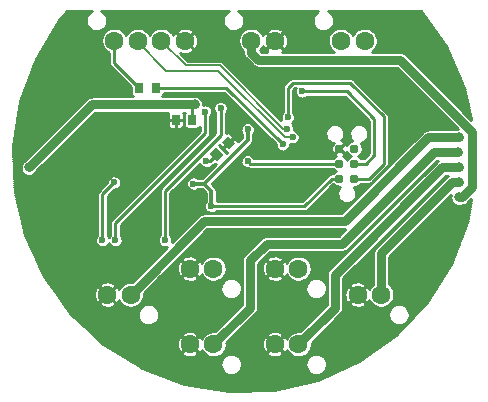
<source format=gbl>
G04 #@! TF.FileFunction,Copper,L2,Bot,Signal*
%FSLAX46Y46*%
G04 Gerber Fmt 4.6, Leading zero omitted, Abs format (unit mm)*
G04 Created by KiCad (PCBNEW 4.0.2+e4-6225~38~ubuntu14.04.1-stable) date Tue 28 Jun 2016 16:45:29 BST*
%MOMM*%
G01*
G04 APERTURE LIST*
%ADD10C,0.100000*%
%ADD11C,1.600000*%
%ADD12C,0.787000*%
%ADD13R,0.750000X0.900000*%
%ADD14C,0.600000*%
%ADD15C,0.800000*%
%ADD16C,0.250000*%
%ADD17C,0.740000*%
%ADD18C,0.300000*%
%ADD19C,0.200000*%
%ADD20C,0.220000*%
G04 APERTURE END LIST*
D10*
D11*
X89000000Y-89900000D03*
X91000000Y-89900000D03*
X93000000Y-89900000D03*
X95000000Y-89900000D03*
X90400000Y-111400000D03*
X88400000Y-111400000D03*
X104600000Y-115600000D03*
X102600000Y-115600000D03*
X108200000Y-89900000D03*
X110200000Y-89900000D03*
X97400000Y-115600000D03*
X95400000Y-115600000D03*
X111600000Y-111400000D03*
X109600000Y-111400000D03*
X100600000Y-89900000D03*
X102600000Y-89900000D03*
X97400000Y-109200000D03*
X95400000Y-109200000D03*
X104600000Y-109200000D03*
X102600000Y-109200000D03*
D12*
X108060000Y-101570000D03*
X109330000Y-101570000D03*
X108060000Y-100300000D03*
X109330000Y-100300000D03*
X108060000Y-99030000D03*
X109330000Y-99030000D03*
D13*
X95600000Y-96600000D03*
X94200000Y-96600000D03*
D10*
G36*
X98611612Y-97951992D02*
X99248008Y-98588388D01*
X98717678Y-99118718D01*
X98081282Y-98482322D01*
X98611612Y-97951992D01*
X98611612Y-97951992D01*
G37*
G36*
X97621662Y-98941942D02*
X98258058Y-99578338D01*
X97727728Y-100108668D01*
X97091332Y-99472272D01*
X97621662Y-98941942D01*
X97621662Y-98941942D01*
G37*
D13*
X91100000Y-93900000D03*
X92500000Y-93900000D03*
D14*
X92500000Y-117500000D03*
X95000000Y-117500000D03*
X87500000Y-110000000D03*
X89750000Y-100750000D03*
X103750000Y-101250000D03*
X98750000Y-101250000D03*
X101250000Y-101250000D03*
X82500000Y-107500000D03*
X85000000Y-107500000D03*
X85000000Y-110000000D03*
X90000000Y-115000000D03*
X95000000Y-112500000D03*
X92500000Y-115000000D03*
X100000000Y-115000000D03*
X102500000Y-117500000D03*
X107500000Y-117500000D03*
X107500000Y-115000000D03*
X110000000Y-115000000D03*
X117500000Y-107500000D03*
X115000000Y-110000000D03*
X115000000Y-107500000D03*
X100000000Y-102500000D03*
X102500000Y-102500000D03*
X117500000Y-92500000D03*
X115000000Y-90000000D03*
X105000000Y-92500000D03*
X105000000Y-90000000D03*
X97500000Y-90000000D03*
X87500000Y-92500000D03*
X85000000Y-92500000D03*
X85000000Y-90000000D03*
X99250000Y-96400000D03*
X100300000Y-100100000D03*
X96800000Y-100100000D03*
X100300000Y-97400000D03*
D15*
X95800000Y-95300000D03*
D14*
X97200000Y-103900000D03*
X95700000Y-102000000D03*
D15*
X81775000Y-100635000D03*
D14*
X103275000Y-98675000D03*
X104100000Y-98075000D03*
X103625000Y-97350000D03*
X103700000Y-96400000D03*
X104900000Y-94200000D03*
X93300000Y-106800000D03*
X98000000Y-95600000D03*
X89100000Y-106800000D03*
X96675000Y-95900000D03*
D15*
X118195000Y-98095000D03*
X118135000Y-99365000D03*
X118165000Y-100635000D03*
X118195000Y-101905000D03*
X118175000Y-103175000D03*
D14*
X88000000Y-106800000D03*
X89000000Y-101900000D03*
D16*
X99250000Y-97900000D02*
X99250000Y-96400000D01*
X98700000Y-98450000D02*
X99250000Y-97900000D01*
X98700000Y-98500000D02*
X98700000Y-98450000D01*
X108060000Y-100300000D02*
X100500000Y-100300000D01*
X100500000Y-100300000D02*
X100300000Y-100100000D01*
X96800000Y-100100000D02*
X97100000Y-100100000D01*
X97100000Y-100100000D02*
X97674695Y-99525305D01*
X95600000Y-96600000D02*
X95600000Y-95500000D01*
X95600000Y-95500000D02*
X95800000Y-95300000D01*
X107430000Y-101570000D02*
X105100000Y-103900000D01*
X105100000Y-103900000D02*
X97200000Y-103900000D01*
X108060000Y-101570000D02*
X107430000Y-101570000D01*
D17*
X81775000Y-100635000D02*
X87110000Y-95300000D01*
X87110000Y-95300000D02*
X87500000Y-95300000D01*
D18*
X97200000Y-103900000D02*
X97200000Y-102600000D01*
X97200000Y-102600000D02*
X96600000Y-102000000D01*
X100300000Y-98300000D02*
X100300000Y-97400000D01*
X96600000Y-102000000D02*
X100300000Y-98300000D01*
X95700000Y-102000000D02*
X96600000Y-102000000D01*
D17*
X87500000Y-95300000D02*
X95800000Y-95300000D01*
D16*
X103275000Y-98675000D02*
X98500000Y-93900000D01*
X98500000Y-93900000D02*
X92500000Y-93900000D01*
D19*
X93400000Y-92450000D02*
X91000000Y-90050000D01*
X91000000Y-90050000D02*
X91000000Y-89900000D01*
X104100000Y-98075000D02*
X103425000Y-98075000D01*
X103425000Y-98075000D02*
X97800000Y-92450000D01*
X97800000Y-92450000D02*
X93400000Y-92450000D01*
X95050000Y-92000000D02*
X93000000Y-89950000D01*
X93000000Y-89950000D02*
X93000000Y-89900000D01*
X95050000Y-92000000D02*
X97925000Y-92000000D01*
X97925000Y-92000000D02*
X103275000Y-97350000D01*
X103275000Y-97350000D02*
X103625000Y-97350000D01*
D16*
X103700000Y-93900000D02*
X103700000Y-96400000D01*
X104100000Y-93500000D02*
X103700000Y-93900000D01*
X109000000Y-93500000D02*
X104100000Y-93500000D01*
X111800000Y-96300000D02*
X109000000Y-93500000D01*
X111800000Y-100300000D02*
X111800000Y-96300000D01*
X110530000Y-101570000D02*
X111800000Y-100300000D01*
X109330000Y-101570000D02*
X110530000Y-101570000D01*
X111000000Y-96500000D02*
X108700000Y-94200000D01*
X108700000Y-94200000D02*
X104900000Y-94200000D01*
X111000000Y-99600000D02*
X111000000Y-96500000D01*
X110300000Y-100300000D02*
X111000000Y-99600000D01*
X109330000Y-100300000D02*
X110300000Y-100300000D01*
X98000000Y-95600000D02*
X98000000Y-97925000D01*
X93300000Y-106800000D02*
X93300000Y-102625000D01*
X93300000Y-102625000D02*
X98000000Y-97925000D01*
X96675000Y-95900000D02*
X96675000Y-97750000D01*
X96675000Y-97750000D02*
X89100000Y-105325000D01*
X89100000Y-105325000D02*
X89100000Y-106800000D01*
D17*
X90400000Y-111400000D02*
X96600000Y-105200000D01*
X96600000Y-105200000D02*
X108500000Y-105200000D01*
X108500000Y-105200000D02*
X115605000Y-98095000D01*
X115605000Y-98095000D02*
X118195000Y-98095000D01*
X118135000Y-99365000D02*
X116035000Y-99365000D01*
X116035000Y-99365000D02*
X108300000Y-107100000D01*
X108300000Y-107100000D02*
X101900000Y-107100000D01*
X101900000Y-107100000D02*
X100500000Y-108500000D01*
X100500000Y-108500000D02*
X100500000Y-112500000D01*
X100500000Y-112500000D02*
X97400000Y-115600000D01*
X107700000Y-112500000D02*
X107700000Y-109700000D01*
X104600000Y-115600000D02*
X107700000Y-112500000D01*
X107700000Y-109700000D02*
X116765000Y-100635000D01*
X116765000Y-100635000D02*
X118165000Y-100635000D01*
X111600000Y-111400000D02*
X111600000Y-107900000D01*
X111600000Y-107900000D02*
X117595000Y-101905000D01*
X117595000Y-101905000D02*
X118195000Y-101905000D01*
X101200000Y-91500000D02*
X100600000Y-90900000D01*
X100600000Y-90900000D02*
X100600000Y-89900000D01*
X113200000Y-91500000D02*
X101200000Y-91500000D01*
X119300000Y-97600000D02*
X113200000Y-91500000D01*
X119300000Y-102300000D02*
X119300000Y-97600000D01*
X118425000Y-103175000D02*
X119300000Y-102300000D01*
X118175000Y-103175000D02*
X118425000Y-103175000D01*
D16*
X88000000Y-106800000D02*
X88000000Y-102900000D01*
X89000000Y-101900000D02*
X88000000Y-102900000D01*
X91100000Y-93900000D02*
X89000000Y-91800000D01*
X89000000Y-91800000D02*
X89000000Y-89900000D01*
D20*
X84984461Y-87385000D02*
X87087877Y-87385000D01*
X87909584Y-87385000D02*
X98687877Y-87385000D01*
X99509584Y-87385000D02*
X106287877Y-87385000D01*
X107109584Y-87385000D02*
X114999322Y-87385000D01*
X84848420Y-87554200D02*
X86858789Y-87554200D01*
X88141214Y-87554200D02*
X98458789Y-87554200D01*
X99741214Y-87554200D02*
X106058789Y-87554200D01*
X107341214Y-87554200D02*
X115117529Y-87554200D01*
X84712380Y-87723400D02*
X86723410Y-87723400D01*
X88275935Y-87723400D02*
X98323410Y-87723400D01*
X99875935Y-87723400D02*
X105923410Y-87723400D01*
X107475935Y-87723400D02*
X115235737Y-87723400D01*
X84576340Y-87892600D02*
X86641649Y-87892600D01*
X88357609Y-87892600D02*
X98241649Y-87892600D01*
X99957609Y-87892600D02*
X105841649Y-87892600D01*
X107557609Y-87892600D02*
X115353944Y-87892600D01*
X84440299Y-88061800D02*
X86599006Y-88061800D01*
X88400343Y-88061800D02*
X98199006Y-88061800D01*
X100000343Y-88061800D02*
X105799006Y-88061800D01*
X107600343Y-88061800D02*
X115472152Y-88061800D01*
X84316338Y-88231000D02*
X86589440Y-88231000D01*
X88408360Y-88231000D02*
X98189440Y-88231000D01*
X100008360Y-88231000D02*
X105789440Y-88231000D01*
X107608360Y-88231000D02*
X115590359Y-88231000D01*
X84212811Y-88400200D02*
X86611504Y-88400200D01*
X88387746Y-88400200D02*
X98211504Y-88400200D01*
X99987746Y-88400200D02*
X105811504Y-88400200D01*
X107587746Y-88400200D02*
X115708567Y-88400200D01*
X84109284Y-88569400D02*
X86667483Y-88569400D01*
X88331694Y-88569400D02*
X98267483Y-88569400D01*
X99931694Y-88569400D02*
X105867483Y-88569400D01*
X107531694Y-88569400D02*
X115826774Y-88569400D01*
X84005757Y-88738600D02*
X86764454Y-88738600D01*
X88233741Y-88738600D02*
X98364454Y-88738600D01*
X99833741Y-88738600D02*
X105964454Y-88738600D01*
X107433741Y-88738600D02*
X115944982Y-88738600D01*
X83902231Y-88907800D02*
X86923827Y-88907800D01*
X88076361Y-88907800D02*
X88492545Y-88907800D01*
X89504175Y-88907800D02*
X90492545Y-88907800D01*
X91504175Y-88907800D02*
X92492545Y-88907800D01*
X93504175Y-88907800D02*
X94502343Y-88907800D01*
X95501165Y-88907800D02*
X98523827Y-88907800D01*
X99676361Y-88907800D02*
X100092545Y-88907800D01*
X101104175Y-88907800D02*
X102102343Y-88907800D01*
X103101165Y-88907800D02*
X106123827Y-88907800D01*
X107276361Y-88907800D02*
X107692545Y-88907800D01*
X108704175Y-88907800D02*
X109692545Y-88907800D01*
X110704175Y-88907800D02*
X116063189Y-88907800D01*
X83798704Y-89077000D02*
X87250867Y-89077000D01*
X87755489Y-89077000D02*
X88253874Y-89077000D01*
X89747119Y-89077000D02*
X90253874Y-89077000D01*
X91747119Y-89077000D02*
X92253874Y-89077000D01*
X93747120Y-89077000D02*
X94312130Y-89077000D01*
X95687871Y-89077000D02*
X98850867Y-89077000D01*
X99355489Y-89077000D02*
X99853874Y-89077000D01*
X101347120Y-89077000D02*
X101912130Y-89077000D01*
X103287871Y-89077000D02*
X106450867Y-89077000D01*
X106955489Y-89077000D02*
X107453874Y-89077000D01*
X108947119Y-89077000D02*
X109453874Y-89077000D01*
X110947119Y-89077000D02*
X116181397Y-89077000D01*
X83695177Y-89246200D02*
X88102339Y-89246200D01*
X89898333Y-89246200D02*
X90102339Y-89246200D01*
X91898333Y-89246200D02*
X92102339Y-89246200D01*
X93898333Y-89246200D02*
X94105133Y-89246200D01*
X94332058Y-89246200D02*
X94360342Y-89246200D01*
X95639658Y-89246200D02*
X95667942Y-89246200D01*
X95894868Y-89246200D02*
X99702339Y-89246200D01*
X101498333Y-89246200D02*
X101705133Y-89246200D01*
X101932058Y-89246200D02*
X101960342Y-89246200D01*
X103239658Y-89246200D02*
X103267942Y-89246200D01*
X103494868Y-89246200D02*
X107302339Y-89246200D01*
X109098333Y-89246200D02*
X109302339Y-89246200D01*
X111098333Y-89246200D02*
X116299604Y-89246200D01*
X83591650Y-89415400D02*
X87999992Y-89415400D01*
X94501258Y-89415400D02*
X94529542Y-89415400D01*
X95470458Y-89415400D02*
X95498742Y-89415400D01*
X95998679Y-89415400D02*
X99599992Y-89415400D01*
X102101258Y-89415400D02*
X102129542Y-89415400D01*
X103070458Y-89415400D02*
X103098742Y-89415400D01*
X103598679Y-89415400D02*
X107199992Y-89415400D01*
X111200904Y-89415400D02*
X116417812Y-89415400D01*
X83488123Y-89584600D02*
X87932194Y-89584600D01*
X94670458Y-89584600D02*
X94698742Y-89584600D01*
X95301258Y-89584600D02*
X95329542Y-89584600D01*
X96064576Y-89584600D02*
X99532194Y-89584600D01*
X102270458Y-89584600D02*
X102298742Y-89584600D01*
X102901258Y-89584600D02*
X102929542Y-89584600D01*
X103664576Y-89584600D02*
X107132194Y-89584600D01*
X111269148Y-89584600D02*
X116536019Y-89584600D01*
X83384596Y-89753800D02*
X87896229Y-89753800D01*
X94839658Y-89753800D02*
X94867942Y-89753800D01*
X95132058Y-89753800D02*
X95160342Y-89753800D01*
X96102624Y-89753800D02*
X99496229Y-89753800D01*
X102439658Y-89753800D02*
X102467942Y-89753800D01*
X102732058Y-89753800D02*
X102760342Y-89753800D01*
X103702624Y-89753800D02*
X107096229Y-89753800D01*
X111302651Y-89753800D02*
X116654227Y-89753800D01*
X83281069Y-89923000D02*
X87889523Y-89923000D01*
X94980573Y-89923000D02*
X94991143Y-89923000D01*
X95008858Y-89923000D02*
X95037142Y-89923000D01*
X96114125Y-89923000D02*
X99489523Y-89923000D01*
X102562858Y-89923000D02*
X102591142Y-89923000D01*
X102608858Y-89923000D02*
X102637142Y-89923000D01*
X103714125Y-89923000D02*
X107089523Y-89923000D01*
X111308206Y-89923000D02*
X116772434Y-89923000D01*
X83177542Y-90092200D02*
X87906686Y-90092200D01*
X95178058Y-90092200D02*
X95206342Y-90092200D01*
X96094394Y-90092200D02*
X99506686Y-90092200D01*
X102393658Y-90092200D02*
X102421942Y-90092200D01*
X102778058Y-90092200D02*
X102806342Y-90092200D01*
X103694394Y-90092200D02*
X107106686Y-90092200D01*
X111294669Y-90092200D02*
X116890642Y-90092200D01*
X83074015Y-90261400D02*
X87949202Y-90261400D01*
X95347258Y-90261400D02*
X95375542Y-90261400D01*
X96049546Y-90261400D02*
X99549202Y-90261400D01*
X102224458Y-90261400D02*
X102252742Y-90261400D01*
X102947258Y-90261400D02*
X102975542Y-90261400D01*
X103649546Y-90261400D02*
X107149202Y-90261400D01*
X111254193Y-90261400D02*
X117008849Y-90261400D01*
X82970488Y-90430600D02*
X88021353Y-90430600D01*
X95516458Y-90430600D02*
X95544742Y-90430600D01*
X95975300Y-90430600D02*
X99621353Y-90430600D01*
X101578859Y-90430600D02*
X101624144Y-90430600D01*
X102055258Y-90430600D02*
X102083542Y-90430600D01*
X103116458Y-90430600D02*
X103144742Y-90430600D01*
X103575300Y-90430600D02*
X107221353Y-90430600D01*
X111178859Y-90430600D02*
X117116417Y-90430600D01*
X82866961Y-90599800D02*
X88132641Y-90599800D01*
X95685658Y-90599800D02*
X95713942Y-90599800D01*
X95797836Y-90599800D02*
X99732641Y-90599800D01*
X101464791Y-90599800D02*
X101802163Y-90599800D01*
X101886058Y-90599800D02*
X101914342Y-90599800D01*
X103285658Y-90599800D02*
X103313942Y-90599800D01*
X103397836Y-90599800D02*
X107332641Y-90599800D01*
X111064791Y-90599800D02*
X117190828Y-90599800D01*
X82763434Y-90769000D02*
X88305309Y-90769000D01*
X95666063Y-90769000D02*
X99905309Y-90769000D01*
X101430666Y-90769000D02*
X101933936Y-90769000D01*
X103266063Y-90769000D02*
X107505309Y-90769000D01*
X110897112Y-90769000D02*
X117265240Y-90769000D01*
X82659907Y-90938200D02*
X88565000Y-90938200D01*
X94568028Y-90938200D02*
X94604908Y-90938200D01*
X95404944Y-90938200D02*
X99923745Y-90938200D01*
X113582863Y-90938200D02*
X117339651Y-90938200D01*
X82556380Y-91107400D02*
X88565000Y-91107400D01*
X94737228Y-91107400D02*
X99955518Y-91107400D01*
X113769066Y-91107400D02*
X117414063Y-91107400D01*
X82452853Y-91276600D02*
X88565000Y-91276600D01*
X94906428Y-91276600D02*
X100033853Y-91276600D01*
X113938266Y-91276600D02*
X117488474Y-91276600D01*
X82349627Y-91445800D02*
X88565000Y-91445800D01*
X95075628Y-91445800D02*
X100184134Y-91445800D01*
X114107466Y-91445800D02*
X117562886Y-91445800D01*
X82287170Y-91615000D02*
X88565000Y-91615000D01*
X98061355Y-91615000D02*
X100353334Y-91615000D01*
X114276666Y-91615000D02*
X117637297Y-91615000D01*
X82224712Y-91784200D02*
X88565000Y-91784200D01*
X98289028Y-91784200D02*
X100522534Y-91784200D01*
X114445866Y-91784200D02*
X117711709Y-91784200D01*
X82162254Y-91953400D02*
X88593741Y-91953400D01*
X98458228Y-91953400D02*
X100691734Y-91953400D01*
X114615066Y-91953400D02*
X117786120Y-91953400D01*
X82099797Y-92122600D02*
X88707417Y-92122600D01*
X98627428Y-92122600D02*
X100927732Y-92122600D01*
X114784266Y-92122600D02*
X117860532Y-92122600D01*
X82037339Y-92291800D02*
X88876617Y-92291800D01*
X98796628Y-92291800D02*
X113030134Y-92291800D01*
X114953466Y-92291800D02*
X117934944Y-92291800D01*
X81974882Y-92461000D02*
X89045817Y-92461000D01*
X98965828Y-92461000D02*
X113199334Y-92461000D01*
X115122666Y-92461000D02*
X118009355Y-92461000D01*
X81912424Y-92630200D02*
X89215017Y-92630200D01*
X99135028Y-92630200D02*
X113368534Y-92630200D01*
X115291866Y-92630200D02*
X118083767Y-92630200D01*
X81849966Y-92799400D02*
X89384217Y-92799400D01*
X99304228Y-92799400D02*
X113537734Y-92799400D01*
X115461066Y-92799400D02*
X118158178Y-92799400D01*
X81787509Y-92968600D02*
X89553417Y-92968600D01*
X99473428Y-92968600D02*
X113706934Y-92968600D01*
X115630266Y-92968600D02*
X118232590Y-92968600D01*
X81725051Y-93137800D02*
X89722617Y-93137800D01*
X99642628Y-93137800D02*
X103859127Y-93137800D01*
X109240642Y-93137800D02*
X113876134Y-93137800D01*
X115799466Y-93137800D02*
X118307001Y-93137800D01*
X81662594Y-93307000D02*
X89891817Y-93307000D01*
X99811828Y-93307000D02*
X103677818Y-93307000D01*
X109422182Y-93307000D02*
X114045334Y-93307000D01*
X115968666Y-93307000D02*
X118381413Y-93307000D01*
X81600136Y-93476200D02*
X90061017Y-93476200D01*
X99981028Y-93476200D02*
X103508618Y-93476200D01*
X109591382Y-93476200D02*
X114214534Y-93476200D01*
X116137866Y-93476200D02*
X118455824Y-93476200D01*
X81537679Y-93645400D02*
X90230217Y-93645400D01*
X100150228Y-93645400D02*
X103348493Y-93645400D01*
X109760582Y-93645400D02*
X114383734Y-93645400D01*
X116307066Y-93645400D02*
X118530236Y-93645400D01*
X81475221Y-93814600D02*
X90399417Y-93814600D01*
X100319428Y-93814600D02*
X103273523Y-93814600D01*
X109929782Y-93814600D02*
X114552934Y-93814600D01*
X116476266Y-93814600D02*
X118604647Y-93814600D01*
X81412763Y-93983800D02*
X90413501Y-93983800D01*
X100488628Y-93983800D02*
X103265000Y-93983800D01*
X104231382Y-93983800D02*
X104328968Y-93983800D01*
X110098982Y-93983800D02*
X114722134Y-93983800D01*
X116645466Y-93983800D02*
X118659453Y-93983800D01*
X81350306Y-94153000D02*
X90413501Y-94153000D01*
X100657828Y-94153000D02*
X103265000Y-94153000D01*
X104135000Y-94153000D02*
X104290571Y-94153000D01*
X110268182Y-94153000D02*
X114891334Y-94153000D01*
X116814666Y-94153000D02*
X118697085Y-94153000D01*
X81287848Y-94322200D02*
X90413501Y-94322200D01*
X100827028Y-94322200D02*
X103265000Y-94322200D01*
X104135000Y-94322200D02*
X104302212Y-94322200D01*
X110437382Y-94322200D02*
X115060534Y-94322200D01*
X116983866Y-94322200D02*
X118734717Y-94322200D01*
X81225391Y-94491400D02*
X90448838Y-94491400D01*
X93149545Y-94491400D02*
X98476217Y-94491400D01*
X100996228Y-94491400D02*
X103265000Y-94491400D01*
X104135000Y-94491400D02*
X104362061Y-94491400D01*
X110606582Y-94491400D02*
X115229734Y-94491400D01*
X117153066Y-94491400D02*
X118772349Y-94491400D01*
X81162933Y-94660600D02*
X86885109Y-94660600D01*
X96111190Y-94660600D02*
X98645417Y-94660600D01*
X101165428Y-94660600D02*
X103265000Y-94660600D01*
X104135000Y-94660600D02*
X104496760Y-94660600D01*
X105300906Y-94660600D02*
X108545417Y-94660600D01*
X110775782Y-94660600D02*
X115398934Y-94660600D01*
X117322266Y-94660600D02*
X118809981Y-94660600D01*
X81100475Y-94829800D02*
X86618535Y-94829800D01*
X96333720Y-94829800D02*
X98814617Y-94829800D01*
X101334628Y-94829800D02*
X103265000Y-94829800D01*
X104135000Y-94829800D02*
X108714617Y-94829800D01*
X110944982Y-94829800D02*
X115568134Y-94829800D01*
X117491466Y-94829800D02*
X118847613Y-94829800D01*
X81038018Y-94999000D02*
X86449335Y-94999000D01*
X96443914Y-94999000D02*
X97895019Y-94999000D01*
X98105939Y-94999000D02*
X98983817Y-94999000D01*
X101503828Y-94999000D02*
X103265000Y-94999000D01*
X104135000Y-94999000D02*
X108883817Y-94999000D01*
X111114182Y-94999000D02*
X115737334Y-94999000D01*
X117660666Y-94999000D02*
X118885245Y-94999000D01*
X81003338Y-95168200D02*
X86280135Y-95168200D01*
X96497718Y-95168200D02*
X97569054Y-95168200D01*
X98430917Y-95168200D02*
X99153017Y-95168200D01*
X101673028Y-95168200D02*
X103265000Y-95168200D01*
X104135000Y-95168200D02*
X109053017Y-95168200D01*
X111283382Y-95168200D02*
X115906534Y-95168200D01*
X117829866Y-95168200D02*
X118922877Y-95168200D01*
X80976355Y-95337400D02*
X86110935Y-95337400D01*
X96910827Y-95337400D02*
X97448855Y-95337400D01*
X98551576Y-95337400D02*
X99322217Y-95337400D01*
X101842228Y-95337400D02*
X103265000Y-95337400D01*
X104135000Y-95337400D02*
X109222217Y-95337400D01*
X111452582Y-95337400D02*
X116075734Y-95337400D01*
X117999066Y-95337400D02*
X118960510Y-95337400D01*
X80949372Y-95506600D02*
X85941735Y-95506600D01*
X97144050Y-95506600D02*
X97396198Y-95506600D01*
X98603377Y-95506600D02*
X99491417Y-95506600D01*
X102011428Y-95506600D02*
X103265000Y-95506600D01*
X104135000Y-95506600D02*
X109391417Y-95506600D01*
X111621782Y-95506600D02*
X116244934Y-95506600D01*
X118168266Y-95506600D02*
X118998142Y-95506600D01*
X80922389Y-95675800D02*
X85772535Y-95675800D01*
X97242404Y-95675800D02*
X97393696Y-95675800D01*
X98608133Y-95675800D02*
X99660617Y-95675800D01*
X102180628Y-95675800D02*
X103265000Y-95675800D01*
X104135000Y-95675800D02*
X109560617Y-95675800D01*
X111790982Y-95675800D02*
X116414134Y-95675800D01*
X118337466Y-95675800D02*
X119035774Y-95675800D01*
X80895406Y-95845000D02*
X85603335Y-95845000D01*
X97284959Y-95845000D02*
X97440901Y-95845000D01*
X98558676Y-95845000D02*
X99829817Y-95845000D01*
X102349828Y-95845000D02*
X103265000Y-95845000D01*
X104135000Y-95845000D02*
X109729817Y-95845000D01*
X111960182Y-95845000D02*
X116583334Y-95845000D01*
X118506666Y-95845000D02*
X119073406Y-95845000D01*
X80868423Y-96014200D02*
X85434135Y-96014200D01*
X87357465Y-96014200D02*
X93545709Y-96014200D01*
X94854292Y-96014200D02*
X94947930Y-96014200D01*
X97274626Y-96014200D02*
X97551951Y-96014200D01*
X98449631Y-96014200D02*
X99999017Y-96014200D01*
X102519028Y-96014200D02*
X103224839Y-96014200D01*
X104176070Y-96014200D02*
X109899017Y-96014200D01*
X112125801Y-96014200D02*
X116752534Y-96014200D01*
X118675866Y-96014200D02*
X119111038Y-96014200D01*
X80841440Y-96183400D02*
X85264935Y-96183400D01*
X87188265Y-96183400D02*
X93515000Y-96183400D01*
X94885000Y-96183400D02*
X94913501Y-96183400D01*
X97216579Y-96183400D02*
X97565000Y-96183400D01*
X98435000Y-96183400D02*
X100168217Y-96183400D01*
X102688228Y-96183400D02*
X103129139Y-96183400D01*
X104270537Y-96183400D02*
X110068217Y-96183400D01*
X112217022Y-96183400D02*
X116921734Y-96183400D01*
X118845066Y-96183400D02*
X119148670Y-96183400D01*
X80814457Y-96352600D02*
X85095735Y-96352600D01*
X87019065Y-96352600D02*
X93515000Y-96352600D01*
X94885000Y-96352600D02*
X94913501Y-96352600D01*
X97110000Y-96352600D02*
X97565000Y-96352600D01*
X98435000Y-96352600D02*
X100337417Y-96352600D01*
X102857428Y-96352600D02*
X103090576Y-96352600D01*
X104309853Y-96352600D02*
X110237417Y-96352600D01*
X112235000Y-96352600D02*
X117090934Y-96352600D01*
X119014266Y-96352600D02*
X119186302Y-96352600D01*
X80787474Y-96521800D02*
X84926535Y-96521800D01*
X86849865Y-96521800D02*
X93524300Y-96521800D01*
X94875700Y-96521800D02*
X94913501Y-96521800D01*
X97110000Y-96521800D02*
X97565000Y-96521800D01*
X98435000Y-96521800D02*
X100506617Y-96521800D01*
X103026628Y-96521800D02*
X103102138Y-96521800D01*
X104297900Y-96521800D02*
X110406617Y-96521800D01*
X112235000Y-96521800D02*
X117260134Y-96521800D01*
X119183466Y-96521800D02*
X119223934Y-96521800D01*
X80760491Y-96691000D02*
X84757335Y-96691000D01*
X86680665Y-96691000D02*
X93515000Y-96691000D01*
X94190000Y-96691000D02*
X94210000Y-96691000D01*
X94885000Y-96691000D02*
X94913501Y-96691000D01*
X97110000Y-96691000D02*
X97565000Y-96691000D01*
X98435000Y-96691000D02*
X100675817Y-96691000D01*
X104238196Y-96691000D02*
X110565000Y-96691000D01*
X112235000Y-96691000D02*
X117429334Y-96691000D01*
X80733509Y-96860200D02*
X84588135Y-96860200D01*
X86511465Y-96860200D02*
X93515000Y-96860200D01*
X94190000Y-96860200D02*
X94210000Y-96860200D01*
X94885000Y-96860200D02*
X94913501Y-96860200D01*
X97110000Y-96860200D02*
X97565000Y-96860200D01*
X98435000Y-96860200D02*
X100010827Y-96860200D01*
X100590065Y-96860200D02*
X100845017Y-96860200D01*
X104101326Y-96860200D02*
X110565000Y-96860200D01*
X112235000Y-96860200D02*
X117598534Y-96860200D01*
X80706526Y-97029400D02*
X84418935Y-97029400D01*
X86342265Y-97029400D02*
X93515000Y-97029400D01*
X94190000Y-97029400D02*
X94210000Y-97029400D01*
X94885000Y-97029400D02*
X94913501Y-97029400D01*
X97110000Y-97029400D02*
X97565000Y-97029400D01*
X98435000Y-97029400D02*
X99814431Y-97029400D01*
X100786169Y-97029400D02*
X101014217Y-97029400D01*
X104144389Y-97029400D02*
X107324939Y-97029400D01*
X108031300Y-97029400D02*
X109356939Y-97029400D01*
X110063300Y-97029400D02*
X110565000Y-97029400D01*
X112235000Y-97029400D02*
X117767734Y-97029400D01*
X80679543Y-97198600D02*
X84249735Y-97198600D01*
X86173065Y-97198600D02*
X93551457Y-97198600D01*
X94190000Y-97198600D02*
X94210000Y-97198600D01*
X94848542Y-97198600D02*
X94953582Y-97198600D01*
X97110000Y-97198600D02*
X97565000Y-97198600D01*
X98435000Y-97198600D02*
X99722625Y-97198600D01*
X100876802Y-97198600D02*
X101183417Y-97198600D01*
X104216893Y-97198600D02*
X107094534Y-97198600D01*
X108263090Y-97198600D02*
X109126534Y-97198600D01*
X110295090Y-97198600D02*
X110565000Y-97198600D01*
X112235000Y-97198600D02*
X117936934Y-97198600D01*
X80652560Y-97367800D02*
X84080535Y-97367800D01*
X86003865Y-97367800D02*
X96240000Y-97367800D01*
X97110000Y-97367800D02*
X97565000Y-97367800D01*
X98435000Y-97367800D02*
X99690364Y-97367800D01*
X100909641Y-97367800D02*
X101352617Y-97367800D01*
X104233943Y-97367800D02*
X106965820Y-97367800D01*
X108390946Y-97367800D02*
X108997820Y-97367800D01*
X110422946Y-97367800D02*
X110565000Y-97367800D01*
X112235000Y-97367800D02*
X118106134Y-97367800D01*
X80625577Y-97537000D02*
X83911335Y-97537000D01*
X85834665Y-97537000D02*
X96240000Y-97537000D01*
X97110000Y-97537000D02*
X97565000Y-97537000D01*
X98435000Y-97537000D02*
X99704928Y-97537000D01*
X100894446Y-97537000D02*
X101521817Y-97537000D01*
X104393288Y-97537000D02*
X106898269Y-97537000D01*
X108460607Y-97537000D02*
X108930269Y-97537000D01*
X110492607Y-97537000D02*
X110565000Y-97537000D01*
X112235000Y-97537000D02*
X115218412Y-97537000D01*
X80598594Y-97706200D02*
X83742135Y-97706200D01*
X85665465Y-97706200D02*
X96103618Y-97706200D01*
X97110000Y-97706200D02*
X97565000Y-97706200D01*
X98801744Y-97706200D02*
X99771599Y-97706200D01*
X100830534Y-97706200D02*
X101691017Y-97706200D01*
X104587365Y-97706200D02*
X106869638Y-97706200D01*
X108488676Y-97706200D02*
X108901638Y-97706200D01*
X110520676Y-97706200D02*
X110565000Y-97706200D01*
X112235000Y-97706200D02*
X115032135Y-97706200D01*
X80571611Y-97875400D02*
X83572935Y-97875400D01*
X85496265Y-97875400D02*
X95934418Y-97875400D01*
X97089405Y-97875400D02*
X97434418Y-97875400D01*
X98973426Y-97875400D02*
X99840000Y-97875400D01*
X100760000Y-97875400D02*
X101860217Y-97875400D01*
X104677544Y-97875400D02*
X106876615Y-97875400D01*
X108483459Y-97875400D02*
X108908615Y-97875400D01*
X110515459Y-97875400D02*
X110565000Y-97875400D01*
X112235000Y-97875400D02*
X114862935Y-97875400D01*
X80544628Y-98044600D02*
X83403735Y-98044600D01*
X85327065Y-98044600D02*
X95765218Y-98044600D01*
X96993262Y-98044600D02*
X97265218Y-98044600D01*
X99087141Y-98044600D02*
X99840000Y-98044600D01*
X100760000Y-98044600D02*
X102029417Y-98044600D01*
X104709616Y-98044600D02*
X106920467Y-98044600D01*
X108438980Y-98044600D02*
X108952467Y-98044600D01*
X110470980Y-98044600D02*
X110565000Y-98044600D01*
X112235000Y-98044600D02*
X114693735Y-98044600D01*
X80517645Y-98213800D02*
X83234535Y-98213800D01*
X85157865Y-98213800D02*
X95596018Y-98213800D01*
X96826382Y-98213800D02*
X97096018Y-98213800D01*
X98972058Y-98213800D02*
X99000342Y-98213800D01*
X99311826Y-98213800D02*
X99735662Y-98213800D01*
X100760000Y-98213800D02*
X102198617Y-98213800D01*
X104694037Y-98213800D02*
X107007777Y-98213800D01*
X108350177Y-98213800D02*
X109039777Y-98213800D01*
X110382177Y-98213800D02*
X110565000Y-98213800D01*
X112235000Y-98213800D02*
X114524535Y-98213800D01*
X80490662Y-98383000D02*
X83065335Y-98383000D01*
X84988665Y-98383000D02*
X95426818Y-98383000D01*
X96657182Y-98383000D02*
X96926818Y-98383000D01*
X98802858Y-98383000D02*
X98831142Y-98383000D01*
X99481026Y-98383000D02*
X99566462Y-98383000D01*
X100751729Y-98383000D02*
X102367817Y-98383000D01*
X104629264Y-98383000D02*
X107156044Y-98383000D01*
X108344098Y-98383000D02*
X109053331Y-98383000D01*
X110231396Y-98383000D02*
X110565000Y-98383000D01*
X112235000Y-98383000D02*
X114355335Y-98383000D01*
X80463680Y-98552200D02*
X82896135Y-98552200D01*
X84819465Y-98552200D02*
X95257618Y-98552200D01*
X96487982Y-98552200D02*
X96757618Y-98552200D01*
X98633658Y-98552200D02*
X98661942Y-98552200D01*
X98667348Y-98552200D02*
X98690228Y-98552200D01*
X100684234Y-98552200D02*
X102537017Y-98552200D01*
X104483475Y-98552200D02*
X107509887Y-98552200D01*
X108491673Y-98552200D02*
X108812387Y-98552200D01*
X109883011Y-98552200D02*
X110565000Y-98552200D01*
X112235000Y-98552200D02*
X114186135Y-98552200D01*
X80436697Y-98721400D02*
X82726935Y-98721400D01*
X84650265Y-98721400D02*
X95088418Y-98721400D01*
X96318782Y-98721400D02*
X96588418Y-98721400D01*
X97841598Y-98721400D02*
X97881954Y-98721400D01*
X98464458Y-98721400D02*
X98492742Y-98721400D01*
X100529138Y-98721400D02*
X102664267Y-98721400D01*
X103883543Y-98721400D02*
X107426251Y-98721400D01*
X108354458Y-98721400D02*
X108382742Y-98721400D01*
X108692254Y-98721400D02*
X108696840Y-98721400D01*
X109963751Y-98721400D02*
X110565000Y-98721400D01*
X112235000Y-98721400D02*
X114016935Y-98721400D01*
X80424405Y-98890600D02*
X82557735Y-98890600D01*
X84481065Y-98890600D02*
X94919218Y-98890600D01*
X96149582Y-98890600D02*
X96419218Y-98890600D01*
X98010846Y-98890600D02*
X98051154Y-98890600D01*
X98295258Y-98890600D02*
X98323542Y-98890600D01*
X100359938Y-98890600D02*
X102704261Y-98890600D01*
X103846765Y-98890600D02*
X107368394Y-98890600D01*
X108185258Y-98890600D02*
X108213542Y-98890600D01*
X110019587Y-98890600D02*
X110565000Y-98890600D01*
X112235000Y-98890600D02*
X113847735Y-98890600D01*
X80430726Y-99059800D02*
X82388535Y-99059800D01*
X84311865Y-99059800D02*
X94750018Y-99059800D01*
X95980382Y-99059800D02*
X96250018Y-99059800D01*
X98180046Y-99059800D02*
X98242149Y-99059800D01*
X100190738Y-99059800D02*
X102798560Y-99059800D01*
X103750087Y-99059800D02*
X107356800Y-99059800D01*
X108016058Y-99059800D02*
X108044342Y-99059800D01*
X108075658Y-99059800D02*
X108103942Y-99059800D01*
X110032150Y-99059800D02*
X110565000Y-99059800D01*
X112235000Y-99059800D02*
X113678535Y-99059800D01*
X80437046Y-99229000D02*
X82219335Y-99229000D01*
X84142665Y-99229000D02*
X94580818Y-99229000D01*
X95811182Y-99229000D02*
X96080818Y-99229000D01*
X98349246Y-99229000D02*
X98389554Y-99229000D01*
X100021538Y-99229000D02*
X103019318Y-99229000D01*
X103533607Y-99229000D02*
X107385122Y-99229000D01*
X107846858Y-99229000D02*
X107875142Y-99229000D01*
X108244858Y-99229000D02*
X108273142Y-99229000D01*
X110006247Y-99229000D02*
X110565000Y-99229000D01*
X112235000Y-99229000D02*
X113509335Y-99229000D01*
X80443366Y-99398200D02*
X82050135Y-99398200D01*
X83973465Y-99398200D02*
X94411618Y-99398200D01*
X95641982Y-99398200D02*
X95911618Y-99398200D01*
X98508461Y-99398200D02*
X98551262Y-99398200D01*
X99852338Y-99398200D02*
X107457703Y-99398200D01*
X107677658Y-99398200D02*
X107705942Y-99398200D01*
X108414058Y-99398200D02*
X108442342Y-99398200D01*
X108659940Y-99398200D02*
X108730317Y-99398200D01*
X109931224Y-99398200D02*
X110565000Y-99398200D01*
X112235000Y-99398200D02*
X113340135Y-99398200D01*
X80449686Y-99567400D02*
X81880935Y-99567400D01*
X83804265Y-99567400D02*
X94242418Y-99567400D01*
X95472782Y-99567400D02*
X95742418Y-99567400D01*
X99683138Y-99567400D02*
X99999824Y-99567400D01*
X100601294Y-99567400D02*
X107642820Y-99567400D01*
X108477179Y-99567400D02*
X108870939Y-99567400D01*
X109785846Y-99567400D02*
X110417418Y-99567400D01*
X112235000Y-99567400D02*
X113170935Y-99567400D01*
X80456006Y-99736600D02*
X81711735Y-99736600D01*
X83635065Y-99736600D02*
X94073218Y-99736600D01*
X95303582Y-99736600D02*
X95573218Y-99736600D01*
X99513938Y-99736600D02*
X99809501Y-99736600D01*
X100790953Y-99736600D02*
X107636127Y-99736600D01*
X108482843Y-99736600D02*
X108906127Y-99736600D01*
X109752843Y-99736600D02*
X110248218Y-99736600D01*
X112235000Y-99736600D02*
X113001735Y-99736600D01*
X80462326Y-99905800D02*
X81542535Y-99905800D01*
X83465865Y-99905800D02*
X93904018Y-99905800D01*
X95134382Y-99905800D02*
X95404018Y-99905800D01*
X99344738Y-99905800D02*
X99719539Y-99905800D01*
X108642748Y-99905800D02*
X108747268Y-99905800D01*
X112235000Y-99905800D02*
X112832535Y-99905800D01*
X80468646Y-100075000D02*
X81334061Y-100075000D01*
X83296665Y-100075000D02*
X93734818Y-100075000D01*
X94965182Y-100075000D02*
X95234818Y-100075000D01*
X99175538Y-100075000D02*
X99690264Y-100075000D01*
X112235000Y-100075000D02*
X112663335Y-100075000D01*
X116286666Y-100075000D02*
X116380864Y-100075000D01*
X80474966Y-100244200D02*
X81182063Y-100244200D01*
X83127465Y-100244200D02*
X93565618Y-100244200D01*
X94795982Y-100244200D02*
X95065618Y-100244200D01*
X99006338Y-100244200D02*
X99706250Y-100244200D01*
X112235000Y-100244200D02*
X112494135Y-100244200D01*
X116117466Y-100244200D02*
X116194134Y-100244200D01*
X80481286Y-100413400D02*
X81097480Y-100413400D01*
X82958265Y-100413400D02*
X93396418Y-100413400D01*
X94626782Y-100413400D02*
X94896418Y-100413400D01*
X96126782Y-100413400D02*
X96276239Y-100413400D01*
X97401334Y-100413400D02*
X97536062Y-100413400D01*
X98837138Y-100413400D02*
X99776239Y-100413400D01*
X112218211Y-100413400D02*
X112324935Y-100413400D01*
X115948266Y-100413400D02*
X116024934Y-100413400D01*
X80487606Y-100582600D02*
X81065633Y-100582600D01*
X82789065Y-100582600D02*
X93227218Y-100582600D01*
X94457582Y-100582600D02*
X94727218Y-100582600D01*
X95957582Y-100582600D02*
X96425487Y-100582600D01*
X97177804Y-100582600D02*
X97366862Y-100582600D01*
X98667938Y-100582600D02*
X99925487Y-100582600D01*
X112128120Y-100582600D02*
X112155735Y-100582600D01*
X115779066Y-100582600D02*
X115855734Y-100582600D01*
X80493926Y-100751800D02*
X81074546Y-100751800D01*
X82619865Y-100751800D02*
X93058018Y-100751800D01*
X94288382Y-100751800D02*
X94558018Y-100751800D01*
X95788382Y-100751800D02*
X97197662Y-100751800D01*
X98498738Y-100751800D02*
X107518275Y-100751800D01*
X111963382Y-100751800D02*
X111986535Y-100751800D01*
X115609866Y-100751800D02*
X115686534Y-100751800D01*
X80500246Y-100921000D02*
X81124578Y-100921000D01*
X82450665Y-100921000D02*
X92888818Y-100921000D01*
X94119182Y-100921000D02*
X94388818Y-100921000D01*
X95619182Y-100921000D02*
X97028462Y-100921000D01*
X98329538Y-100921000D02*
X107724120Y-100921000D01*
X111794182Y-100921000D02*
X111817335Y-100921000D01*
X115440666Y-100921000D02*
X115517334Y-100921000D01*
X80506566Y-101090200D02*
X81227523Y-101090200D01*
X82322807Y-101090200D02*
X92719618Y-101090200D01*
X93949982Y-101090200D02*
X94219618Y-101090200D01*
X95449982Y-101090200D02*
X96859262Y-101090200D01*
X98160338Y-101090200D02*
X107544429Y-101090200D01*
X111624982Y-101090200D02*
X111648135Y-101090200D01*
X115271466Y-101090200D02*
X115348134Y-101090200D01*
X80512886Y-101259400D02*
X81430668Y-101259400D01*
X82116214Y-101259400D02*
X92550418Y-101259400D01*
X93780782Y-101259400D02*
X94050418Y-101259400D01*
X95280782Y-101259400D02*
X96690062Y-101259400D01*
X97991138Y-101259400D02*
X107125459Y-101259400D01*
X111455782Y-101259400D02*
X111478935Y-101259400D01*
X115102266Y-101259400D02*
X115178934Y-101259400D01*
X80519207Y-101428600D02*
X88609492Y-101428600D01*
X89391592Y-101428600D02*
X92381218Y-101428600D01*
X93611582Y-101428600D02*
X93881218Y-101428600D01*
X95111582Y-101428600D02*
X95485820Y-101428600D01*
X95914893Y-101428600D02*
X96520862Y-101428600D01*
X97821938Y-101428600D02*
X106956218Y-101428600D01*
X111286582Y-101428600D02*
X111309735Y-101428600D01*
X114933066Y-101428600D02*
X115009734Y-101428600D01*
X116933066Y-101428600D02*
X117109735Y-101428600D01*
X80525527Y-101597800D02*
X88467597Y-101597800D01*
X89531613Y-101597800D02*
X92212018Y-101597800D01*
X93442382Y-101597800D02*
X93712018Y-101597800D01*
X94942382Y-101597800D02*
X95238828Y-101597800D01*
X97652738Y-101597800D02*
X106787018Y-101597800D01*
X111117382Y-101597800D02*
X111140535Y-101597800D01*
X114763866Y-101597800D02*
X114840534Y-101597800D01*
X116763866Y-101597800D02*
X116940535Y-101597800D01*
X80531847Y-101767000D02*
X88404616Y-101767000D01*
X89595536Y-101767000D02*
X92042818Y-101767000D01*
X93273182Y-101767000D02*
X93542818Y-101767000D01*
X94773182Y-101767000D02*
X95136168Y-101767000D01*
X97483538Y-101767000D02*
X106617818Y-101767000D01*
X110948182Y-101767000D02*
X110971335Y-101767000D01*
X114594666Y-101767000D02*
X114671334Y-101767000D01*
X116594666Y-101767000D02*
X116771335Y-101767000D01*
X80538167Y-101936200D02*
X88348618Y-101936200D01*
X89608686Y-101936200D02*
X91873618Y-101936200D01*
X93103982Y-101936200D02*
X93373618Y-101936200D01*
X94603982Y-101936200D02*
X95090805Y-101936200D01*
X97314338Y-101936200D02*
X106448618Y-101936200D01*
X110764259Y-101936200D02*
X110802135Y-101936200D01*
X114425466Y-101936200D02*
X114502134Y-101936200D01*
X116425466Y-101936200D02*
X116602135Y-101936200D01*
X80544487Y-102105400D02*
X88179418Y-102105400D01*
X89576307Y-102105400D02*
X91704418Y-102105400D01*
X92934782Y-102105400D02*
X93204418Y-102105400D01*
X94434782Y-102105400D02*
X95099128Y-102105400D01*
X97355938Y-102105400D02*
X106279418Y-102105400D01*
X107509782Y-102105400D02*
X107599007Y-102105400D01*
X109787946Y-102105400D02*
X110632935Y-102105400D01*
X114256266Y-102105400D02*
X114332934Y-102105400D01*
X116256266Y-102105400D02*
X116432935Y-102105400D01*
X80550807Y-102274600D02*
X88010218Y-102274600D01*
X89482283Y-102274600D02*
X91535218Y-102274600D01*
X92765582Y-102274600D02*
X93035218Y-102274600D01*
X94265582Y-102274600D02*
X95152621Y-102274600D01*
X97525138Y-102274600D02*
X106110218Y-102274600D01*
X107340582Y-102274600D02*
X108103685Y-102274600D01*
X109275118Y-102274600D02*
X109373684Y-102274600D01*
X109385486Y-102274600D02*
X110463735Y-102274600D01*
X114087066Y-102274600D02*
X114163734Y-102274600D01*
X116087066Y-102274600D02*
X116263735Y-102274600D01*
X80557127Y-102443800D02*
X87841018Y-102443800D01*
X89281584Y-102443800D02*
X91366018Y-102443800D01*
X92596382Y-102443800D02*
X92905583Y-102443800D01*
X94096382Y-102443800D02*
X95280536Y-102443800D01*
X97631354Y-102443800D02*
X105941018Y-102443800D01*
X107171382Y-102443800D02*
X107984559Y-102443800D01*
X109404288Y-102443800D02*
X110294535Y-102443800D01*
X113917866Y-102443800D02*
X113994534Y-102443800D01*
X115917866Y-102443800D02*
X116094535Y-102443800D01*
X80563447Y-102613000D02*
X87675496Y-102613000D01*
X88902182Y-102613000D02*
X91196818Y-102613000D01*
X92427182Y-102613000D02*
X92865707Y-102613000D01*
X93927182Y-102613000D02*
X96562462Y-102613000D01*
X97660000Y-102613000D02*
X105771818Y-102613000D01*
X107002182Y-102613000D02*
X107915120Y-102613000D01*
X109475815Y-102613000D02*
X110125335Y-102613000D01*
X113748666Y-102613000D02*
X113825334Y-102613000D01*
X115748666Y-102613000D02*
X115925335Y-102613000D01*
X80597911Y-102782200D02*
X87583185Y-102782200D01*
X88732982Y-102782200D02*
X91027618Y-102782200D01*
X92257982Y-102782200D02*
X92865000Y-102782200D01*
X93757982Y-102782200D02*
X96731662Y-102782200D01*
X97660000Y-102782200D02*
X105602618Y-102782200D01*
X106832982Y-102782200D02*
X107885694Y-102782200D01*
X109504732Y-102782200D02*
X109956135Y-102782200D01*
X113579466Y-102782200D02*
X113656134Y-102782200D01*
X115579466Y-102782200D02*
X115756135Y-102782200D01*
X80638030Y-102951400D02*
X87565000Y-102951400D01*
X88563782Y-102951400D02*
X90858418Y-102951400D01*
X92088782Y-102951400D02*
X92865000Y-102951400D01*
X93735000Y-102951400D02*
X96740000Y-102951400D01*
X97660000Y-102951400D02*
X105433418Y-102951400D01*
X106663782Y-102951400D02*
X107891881Y-102951400D01*
X109500367Y-102951400D02*
X109786935Y-102951400D01*
X113410266Y-102951400D02*
X113486934Y-102951400D01*
X115410266Y-102951400D02*
X115586935Y-102951400D01*
X80678150Y-103120600D02*
X87565000Y-103120600D01*
X88435000Y-103120600D02*
X90689218Y-103120600D01*
X91919582Y-103120600D02*
X92865000Y-103120600D01*
X93735000Y-103120600D02*
X96740000Y-103120600D01*
X97660000Y-103120600D02*
X105264218Y-103120600D01*
X106494582Y-103120600D02*
X107934883Y-103120600D01*
X109456761Y-103120600D02*
X109617735Y-103120600D01*
X113241066Y-103120600D02*
X113317734Y-103120600D01*
X115241066Y-103120600D02*
X115417735Y-103120600D01*
X117341065Y-103120600D02*
X117465661Y-103120600D01*
X80718269Y-103289800D02*
X87565000Y-103289800D01*
X88435000Y-103289800D02*
X90520018Y-103289800D01*
X91750382Y-103289800D02*
X92865000Y-103289800D01*
X93735000Y-103289800D02*
X96740000Y-103289800D01*
X97660000Y-103289800D02*
X105095018Y-103289800D01*
X106325382Y-103289800D02*
X108021199Y-103289800D01*
X109368999Y-103289800D02*
X109448535Y-103289800D01*
X113071866Y-103289800D02*
X113148534Y-103289800D01*
X115071866Y-103289800D02*
X115248535Y-103289800D01*
X117171865Y-103289800D02*
X117474179Y-103289800D01*
X80758388Y-103459000D02*
X87565000Y-103459000D01*
X88435000Y-103459000D02*
X90350818Y-103459000D01*
X91581182Y-103459000D02*
X92865000Y-103459000D01*
X93735000Y-103459000D02*
X96740000Y-103459000D01*
X97660000Y-103459000D02*
X104925818Y-103459000D01*
X106156182Y-103459000D02*
X108166681Y-103459000D01*
X109219597Y-103459000D02*
X109279335Y-103459000D01*
X112902666Y-103459000D02*
X112979334Y-103459000D01*
X114902666Y-103459000D02*
X115079335Y-103459000D01*
X117002665Y-103459000D02*
X117523786Y-103459000D01*
X119102666Y-103459000D02*
X119211997Y-103459000D01*
X80798507Y-103628200D02*
X87565000Y-103628200D01*
X88435000Y-103628200D02*
X90181618Y-103628200D01*
X91411982Y-103628200D02*
X92865000Y-103628200D01*
X93735000Y-103628200D02*
X96652798Y-103628200D01*
X105986982Y-103628200D02*
X108507693Y-103628200D01*
X108889696Y-103628200D02*
X109110135Y-103628200D01*
X112733466Y-103628200D02*
X112810134Y-103628200D01*
X114733466Y-103628200D02*
X114910135Y-103628200D01*
X116833465Y-103628200D02*
X117625592Y-103628200D01*
X118933466Y-103628200D02*
X119182586Y-103628200D01*
X80838627Y-103797400D02*
X87565000Y-103797400D01*
X88435000Y-103797400D02*
X90012418Y-103797400D01*
X91242782Y-103797400D02*
X92865000Y-103797400D01*
X93735000Y-103797400D02*
X96598154Y-103797400D01*
X105817782Y-103797400D02*
X108940935Y-103797400D01*
X112564266Y-103797400D02*
X112640934Y-103797400D01*
X114564266Y-103797400D02*
X114740935Y-103797400D01*
X116664265Y-103797400D02*
X117826407Y-103797400D01*
X118695959Y-103797400D02*
X119153175Y-103797400D01*
X80878746Y-103966600D02*
X87565000Y-103966600D01*
X88435000Y-103966600D02*
X89843218Y-103966600D01*
X91073582Y-103966600D02*
X92865000Y-103966600D01*
X93735000Y-103966600D02*
X96592007Y-103966600D01*
X105648582Y-103966600D02*
X108771735Y-103966600D01*
X112395066Y-103966600D02*
X112471734Y-103966600D01*
X114395066Y-103966600D02*
X114571735Y-103966600D01*
X116495065Y-103966600D02*
X119123764Y-103966600D01*
X80918865Y-104135800D02*
X87565000Y-104135800D01*
X88435000Y-104135800D02*
X89674018Y-104135800D01*
X90904382Y-104135800D02*
X92865000Y-104135800D01*
X93735000Y-104135800D02*
X96637259Y-104135800D01*
X105479382Y-104135800D02*
X108602535Y-104135800D01*
X112225866Y-104135800D02*
X112302534Y-104135800D01*
X114225866Y-104135800D02*
X114402535Y-104135800D01*
X116325865Y-104135800D02*
X119094353Y-104135800D01*
X80958985Y-104305000D02*
X87565000Y-104305000D01*
X88435000Y-104305000D02*
X89504818Y-104305000D01*
X90735182Y-104305000D02*
X92865000Y-104305000D01*
X93735000Y-104305000D02*
X96743067Y-104305000D01*
X105257731Y-104305000D02*
X108433335Y-104305000D01*
X112056666Y-104305000D02*
X112133334Y-104305000D01*
X114056666Y-104305000D02*
X114233335Y-104305000D01*
X116156665Y-104305000D02*
X119064942Y-104305000D01*
X80999104Y-104474200D02*
X87565000Y-104474200D01*
X88435000Y-104474200D02*
X89335618Y-104474200D01*
X90565982Y-104474200D02*
X92865000Y-104474200D01*
X93735000Y-104474200D02*
X96990554Y-104474200D01*
X97406528Y-104474200D02*
X108264135Y-104474200D01*
X111887466Y-104474200D02*
X111964134Y-104474200D01*
X113887466Y-104474200D02*
X114064135Y-104474200D01*
X115987465Y-104474200D02*
X119035531Y-104474200D01*
X81039223Y-104643400D02*
X87565000Y-104643400D01*
X88435000Y-104643400D02*
X89166418Y-104643400D01*
X90396782Y-104643400D02*
X92865000Y-104643400D01*
X93735000Y-104643400D02*
X96211696Y-104643400D01*
X111718266Y-104643400D02*
X111794934Y-104643400D01*
X113718266Y-104643400D02*
X113894935Y-104643400D01*
X115818265Y-104643400D02*
X119006120Y-104643400D01*
X81079342Y-104812600D02*
X87565000Y-104812600D01*
X88435000Y-104812600D02*
X88997218Y-104812600D01*
X90227582Y-104812600D02*
X92865000Y-104812600D01*
X93735000Y-104812600D02*
X96025734Y-104812600D01*
X111549066Y-104812600D02*
X111625734Y-104812600D01*
X113549066Y-104812600D02*
X113725735Y-104812600D01*
X115649065Y-104812600D02*
X118976709Y-104812600D01*
X81119462Y-104981800D02*
X87565000Y-104981800D01*
X88435000Y-104981800D02*
X88828018Y-104981800D01*
X90058382Y-104981800D02*
X92865000Y-104981800D01*
X93735000Y-104981800D02*
X95856534Y-104981800D01*
X111379866Y-104981800D02*
X111456534Y-104981800D01*
X113379866Y-104981800D02*
X113556535Y-104981800D01*
X115479865Y-104981800D02*
X118947298Y-104981800D01*
X81159581Y-105151000D02*
X87565000Y-105151000D01*
X88435000Y-105151000D02*
X88701625Y-105151000D01*
X89889182Y-105151000D02*
X92865000Y-105151000D01*
X93735000Y-105151000D02*
X95687334Y-105151000D01*
X111210666Y-105151000D02*
X111287334Y-105151000D01*
X113210666Y-105151000D02*
X113387335Y-105151000D01*
X115310665Y-105151000D02*
X118917887Y-105151000D01*
X81199700Y-105320200D02*
X87565000Y-105320200D01*
X88435000Y-105320200D02*
X88665034Y-105320200D01*
X89719982Y-105320200D02*
X92865000Y-105320200D01*
X93735000Y-105320200D02*
X95518134Y-105320200D01*
X111041466Y-105320200D02*
X111118134Y-105320200D01*
X113041466Y-105320200D02*
X113218135Y-105320200D01*
X115141465Y-105320200D02*
X118869153Y-105320200D01*
X81239819Y-105489400D02*
X87565000Y-105489400D01*
X88435000Y-105489400D02*
X88665000Y-105489400D01*
X89550782Y-105489400D02*
X92865000Y-105489400D01*
X93735000Y-105489400D02*
X95348934Y-105489400D01*
X110872266Y-105489400D02*
X110948934Y-105489400D01*
X112872266Y-105489400D02*
X113048935Y-105489400D01*
X114972265Y-105489400D02*
X118803997Y-105489400D01*
X81279939Y-105658600D02*
X87565000Y-105658600D01*
X88435000Y-105658600D02*
X88665000Y-105658600D01*
X89535000Y-105658600D02*
X92865000Y-105658600D01*
X93735000Y-105658600D02*
X95179734Y-105658600D01*
X110703066Y-105658600D02*
X110779734Y-105658600D01*
X112703066Y-105658600D02*
X112879735Y-105658600D01*
X114803065Y-105658600D02*
X118738841Y-105658600D01*
X81320058Y-105827800D02*
X87565000Y-105827800D01*
X88435000Y-105827800D02*
X88665000Y-105827800D01*
X89535000Y-105827800D02*
X92865000Y-105827800D01*
X93735000Y-105827800D02*
X95010534Y-105827800D01*
X110533866Y-105827800D02*
X110610534Y-105827800D01*
X112533866Y-105827800D02*
X112710535Y-105827800D01*
X114633865Y-105827800D02*
X118673685Y-105827800D01*
X81360177Y-105997000D02*
X87565000Y-105997000D01*
X88435000Y-105997000D02*
X88665000Y-105997000D01*
X89535000Y-105997000D02*
X92865000Y-105997000D01*
X93735000Y-105997000D02*
X94841334Y-105997000D01*
X96764666Y-105997000D02*
X108441334Y-105997000D01*
X110364666Y-105997000D02*
X110441334Y-105997000D01*
X112364666Y-105997000D02*
X112541335Y-105997000D01*
X114464665Y-105997000D02*
X118608529Y-105997000D01*
X81400296Y-106166200D02*
X87565000Y-106166200D01*
X88435000Y-106166200D02*
X88665000Y-106166200D01*
X89535000Y-106166200D02*
X92865000Y-106166200D01*
X93735000Y-106166200D02*
X94672134Y-106166200D01*
X96595466Y-106166200D02*
X108272134Y-106166200D01*
X110195466Y-106166200D02*
X110272134Y-106166200D01*
X112195466Y-106166200D02*
X112372135Y-106166200D01*
X114295465Y-106166200D02*
X118543373Y-106166200D01*
X81440416Y-106335400D02*
X87565000Y-106335400D01*
X88435000Y-106335400D02*
X88665000Y-106335400D01*
X89535000Y-106335400D02*
X92865000Y-106335400D01*
X93735000Y-106335400D02*
X94502934Y-106335400D01*
X96426266Y-106335400D02*
X108102934Y-106335400D01*
X110026266Y-106335400D02*
X110102934Y-106335400D01*
X112026266Y-106335400D02*
X112202935Y-106335400D01*
X114126265Y-106335400D02*
X118478217Y-106335400D01*
X81510940Y-106504600D02*
X87462940Y-106504600D01*
X88536131Y-106504600D02*
X88562940Y-106504600D01*
X89636131Y-106504600D02*
X92762940Y-106504600D01*
X93836131Y-106504600D02*
X94333734Y-106504600D01*
X96257066Y-106504600D02*
X101578077Y-106504600D01*
X109857066Y-106504600D02*
X109933734Y-106504600D01*
X111857066Y-106504600D02*
X112033735Y-106504600D01*
X113957065Y-106504600D02*
X118413060Y-106504600D01*
X81588189Y-106673800D02*
X87403170Y-106673800D01*
X89696883Y-106673800D02*
X92703170Y-106673800D01*
X93896883Y-106673800D02*
X94164534Y-106673800D01*
X96087866Y-106673800D02*
X101364534Y-106673800D01*
X109687866Y-106673800D02*
X109764534Y-106673800D01*
X111687866Y-106673800D02*
X111864535Y-106673800D01*
X113787865Y-106673800D02*
X118347904Y-106673800D01*
X81665437Y-106843000D02*
X87389314Y-106843000D01*
X89708591Y-106843000D02*
X92689314Y-106843000D01*
X93908591Y-106843000D02*
X93995334Y-106843000D01*
X95918666Y-106843000D02*
X101195334Y-106843000D01*
X109518666Y-106843000D02*
X109595334Y-106843000D01*
X111518666Y-106843000D02*
X111695335Y-106843000D01*
X113618665Y-106843000D02*
X118282748Y-106843000D01*
X81742686Y-107012200D02*
X87427915Y-107012200D01*
X89673279Y-107012200D02*
X92727915Y-107012200D01*
X95749466Y-107012200D02*
X101026134Y-107012200D01*
X109349466Y-107012200D02*
X109426134Y-107012200D01*
X111349466Y-107012200D02*
X111526135Y-107012200D01*
X113449465Y-107012200D02*
X118217592Y-107012200D01*
X81819934Y-107181400D02*
X87520277Y-107181400D01*
X88477486Y-107181400D02*
X88620277Y-107181400D01*
X89577486Y-107181400D02*
X92820277Y-107181400D01*
X95580266Y-107181400D02*
X100856934Y-107181400D01*
X109180266Y-107181400D02*
X109256934Y-107181400D01*
X111180266Y-107181400D02*
X111356935Y-107181400D01*
X113280265Y-107181400D02*
X118152436Y-107181400D01*
X81897183Y-107350600D02*
X87736536Y-107350600D01*
X88267373Y-107350600D02*
X88836536Y-107350600D01*
X89367373Y-107350600D02*
X93036536Y-107350600D01*
X95411066Y-107350600D02*
X100687734Y-107350600D01*
X109011066Y-107350600D02*
X109087734Y-107350600D01*
X111011066Y-107350600D02*
X111187735Y-107350600D01*
X113111065Y-107350600D02*
X118087280Y-107350600D01*
X81974431Y-107519800D02*
X93318534Y-107519800D01*
X95241866Y-107519800D02*
X100518534Y-107519800D01*
X108841866Y-107519800D02*
X108918534Y-107519800D01*
X110841866Y-107519800D02*
X111036506Y-107519800D01*
X112941865Y-107519800D02*
X118022124Y-107519800D01*
X82051680Y-107689000D02*
X93149334Y-107689000D01*
X95072666Y-107689000D02*
X100349334Y-107689000D01*
X108634270Y-107689000D02*
X108749334Y-107689000D01*
X110672666Y-107689000D02*
X110956833Y-107689000D01*
X112772665Y-107689000D02*
X117956968Y-107689000D01*
X82128929Y-107858200D02*
X92980134Y-107858200D01*
X94903466Y-107858200D02*
X100180134Y-107858200D01*
X102103466Y-107858200D02*
X108580134Y-107858200D01*
X110503466Y-107858200D02*
X110923690Y-107858200D01*
X112603465Y-107858200D02*
X117891812Y-107858200D01*
X82206177Y-108027400D02*
X92810934Y-108027400D01*
X94734266Y-108027400D02*
X100012405Y-108027400D01*
X101934266Y-108027400D02*
X108410934Y-108027400D01*
X110334266Y-108027400D02*
X110920000Y-108027400D01*
X112434265Y-108027400D02*
X117826656Y-108027400D01*
X82283426Y-108196600D02*
X92641734Y-108196600D01*
X94565066Y-108196600D02*
X94924917Y-108196600D01*
X95881658Y-108196600D02*
X96920266Y-108196600D01*
X97877531Y-108196600D02*
X99894516Y-108196600D01*
X101765066Y-108196600D02*
X102124917Y-108196600D01*
X103081658Y-108196600D02*
X104120266Y-108196600D01*
X105077531Y-108196600D02*
X108241734Y-108196600D01*
X110165066Y-108196600D02*
X110920000Y-108196600D01*
X112280000Y-108196600D02*
X117761500Y-108196600D01*
X82360674Y-108365800D02*
X92472534Y-108365800D01*
X94395866Y-108365800D02*
X94717440Y-108365800D01*
X96082561Y-108365800D02*
X96665312Y-108365800D01*
X98135997Y-108365800D02*
X99833395Y-108365800D01*
X101595866Y-108365800D02*
X101917440Y-108365800D01*
X103282561Y-108365800D02*
X103865312Y-108365800D01*
X105335997Y-108365800D02*
X108072534Y-108365800D01*
X109995866Y-108365800D02*
X110920000Y-108365800D01*
X112280000Y-108365800D02*
X117696344Y-108365800D01*
X82437923Y-108535000D02*
X92303334Y-108535000D01*
X94226666Y-108535000D02*
X94528758Y-108535000D01*
X94720858Y-108535000D02*
X94749142Y-108535000D01*
X96050858Y-108535000D02*
X96079142Y-108535000D01*
X96271243Y-108535000D02*
X96510008Y-108535000D01*
X98290892Y-108535000D02*
X99820000Y-108535000D01*
X101426666Y-108535000D02*
X101728758Y-108535000D01*
X101920858Y-108535000D02*
X101949142Y-108535000D01*
X103250858Y-108535000D02*
X103279142Y-108535000D01*
X103471243Y-108535000D02*
X103710008Y-108535000D01*
X105490892Y-108535000D02*
X107903334Y-108535000D01*
X109826666Y-108535000D02*
X110920000Y-108535000D01*
X112280000Y-108535000D02*
X117631188Y-108535000D01*
X82515172Y-108704200D02*
X92134134Y-108704200D01*
X94057466Y-108704200D02*
X94404720Y-108704200D01*
X94890058Y-108704200D02*
X94918342Y-108704200D01*
X95881658Y-108704200D02*
X95909942Y-108704200D01*
X96393122Y-108704200D02*
X96404792Y-108704200D01*
X98396287Y-108704200D02*
X99820000Y-108704200D01*
X101257466Y-108704200D02*
X101604720Y-108704200D01*
X102090058Y-108704200D02*
X102118342Y-108704200D01*
X103081658Y-108704200D02*
X103109942Y-108704200D01*
X103593122Y-108704200D02*
X103604792Y-108704200D01*
X105596287Y-108704200D02*
X107734134Y-108704200D01*
X109657466Y-108704200D02*
X110920000Y-108704200D01*
X112280000Y-108704200D02*
X117566032Y-108704200D01*
X82592420Y-108873400D02*
X91964934Y-108873400D01*
X93888266Y-108873400D02*
X94338735Y-108873400D01*
X95059258Y-108873400D02*
X95087542Y-108873400D01*
X95712458Y-108873400D02*
X95740742Y-108873400D01*
X98466026Y-108873400D02*
X99820000Y-108873400D01*
X101180000Y-108873400D02*
X101538735Y-108873400D01*
X102259258Y-108873400D02*
X102287542Y-108873400D01*
X102912458Y-108873400D02*
X102940742Y-108873400D01*
X105666026Y-108873400D02*
X107564934Y-108873400D01*
X109488266Y-108873400D02*
X110920000Y-108873400D01*
X112280000Y-108873400D02*
X117483064Y-108873400D01*
X82669669Y-109042600D02*
X91795734Y-109042600D01*
X93719066Y-109042600D02*
X94301111Y-109042600D01*
X95228458Y-109042600D02*
X95256742Y-109042600D01*
X95543258Y-109042600D02*
X95571542Y-109042600D01*
X98500433Y-109042600D02*
X99820000Y-109042600D01*
X101180000Y-109042600D02*
X101501111Y-109042600D01*
X102428458Y-109042600D02*
X102456742Y-109042600D01*
X102743258Y-109042600D02*
X102771542Y-109042600D01*
X105700433Y-109042600D02*
X107395734Y-109042600D01*
X109319066Y-109042600D02*
X110920000Y-109042600D01*
X112280000Y-109042600D02*
X117376262Y-109042600D01*
X82746917Y-109211800D02*
X91626534Y-109211800D01*
X93549866Y-109211800D02*
X94288241Y-109211800D01*
X95374058Y-109211800D02*
X95425942Y-109211800D01*
X98508363Y-109211800D02*
X99820000Y-109211800D01*
X101180000Y-109211800D02*
X101488241Y-109211800D01*
X102574058Y-109211800D02*
X102625942Y-109211800D01*
X105708363Y-109211800D02*
X107226534Y-109211800D01*
X109149866Y-109211800D02*
X110920000Y-109211800D01*
X112280000Y-109211800D02*
X117269460Y-109211800D01*
X82824166Y-109381000D02*
X91457334Y-109381000D01*
X93380666Y-109381000D02*
X94299742Y-109381000D01*
X95204858Y-109381000D02*
X95233142Y-109381000D01*
X95566858Y-109381000D02*
X95595142Y-109381000D01*
X98497214Y-109381000D02*
X99820000Y-109381000D01*
X101180000Y-109381000D02*
X101499742Y-109381000D01*
X102404858Y-109381000D02*
X102433142Y-109381000D01*
X102766858Y-109381000D02*
X102795142Y-109381000D01*
X105697214Y-109381000D02*
X107103092Y-109381000D01*
X108980666Y-109381000D02*
X110920000Y-109381000D01*
X112280000Y-109381000D02*
X117162658Y-109381000D01*
X82901414Y-109550200D02*
X91288134Y-109550200D01*
X93211466Y-109550200D02*
X94344839Y-109550200D01*
X95035658Y-109550200D02*
X95063942Y-109550200D01*
X95736058Y-109550200D02*
X95764342Y-109550200D01*
X98458772Y-109550200D02*
X99820000Y-109550200D01*
X101180000Y-109550200D02*
X101544839Y-109550200D01*
X102235658Y-109550200D02*
X102263942Y-109550200D01*
X102936058Y-109550200D02*
X102964342Y-109550200D01*
X105658772Y-109550200D02*
X107037532Y-109550200D01*
X108811466Y-109550200D02*
X110920000Y-109550200D01*
X112280000Y-109550200D02*
X117055856Y-109550200D01*
X82978663Y-109719400D02*
X91118934Y-109719400D01*
X93042266Y-109719400D02*
X94418587Y-109719400D01*
X94866458Y-109719400D02*
X94894742Y-109719400D01*
X95905258Y-109719400D02*
X95933542Y-109719400D01*
X96381730Y-109719400D02*
X96414135Y-109719400D01*
X98383846Y-109719400D02*
X99820000Y-109719400D01*
X101180000Y-109719400D02*
X101618587Y-109719400D01*
X102066458Y-109719400D02*
X102094742Y-109719400D01*
X103105258Y-109719400D02*
X103133542Y-109719400D01*
X103581730Y-109719400D02*
X103614135Y-109719400D01*
X105583846Y-109719400D02*
X107020000Y-109719400D01*
X108642266Y-109719400D02*
X110920000Y-109719400D01*
X112280000Y-109719400D02*
X116949054Y-109719400D01*
X83066512Y-109888600D02*
X90949734Y-109888600D01*
X92873066Y-109888600D02*
X94578538Y-109888600D01*
X94697258Y-109888600D02*
X94725542Y-109888600D01*
X96074458Y-109888600D02*
X96102742Y-109888600D01*
X96221461Y-109888600D02*
X96523177Y-109888600D01*
X98272692Y-109888600D02*
X99820000Y-109888600D01*
X101180000Y-109888600D02*
X101778538Y-109888600D01*
X101897258Y-109888600D02*
X101925542Y-109888600D01*
X103274458Y-109888600D02*
X103302742Y-109888600D01*
X103421461Y-109888600D02*
X103723177Y-109888600D01*
X105472692Y-109888600D02*
X107020000Y-109888600D01*
X108473066Y-109888600D02*
X110920000Y-109888600D01*
X112280000Y-109888600D02*
X116842252Y-109888600D01*
X83188270Y-110057800D02*
X90780534Y-110057800D01*
X92703866Y-110057800D02*
X94728627Y-110057800D01*
X96071372Y-110057800D02*
X96689194Y-110057800D01*
X98108873Y-110057800D02*
X98555199Y-110057800D01*
X99244878Y-110057800D02*
X99820000Y-110057800D01*
X101180000Y-110057800D02*
X101928627Y-110057800D01*
X103271372Y-110057800D02*
X103889194Y-110057800D01*
X105308873Y-110057800D02*
X105755199Y-110057800D01*
X106444878Y-110057800D02*
X107020000Y-110057800D01*
X108380000Y-110057800D02*
X110920000Y-110057800D01*
X112280000Y-110057800D02*
X116735450Y-110057800D01*
X83310028Y-110227000D02*
X90611334Y-110227000D01*
X92534666Y-110227000D02*
X94971649Y-110227000D01*
X95827517Y-110227000D02*
X96978009Y-110227000D01*
X97821849Y-110227000D02*
X98286565Y-110227000D01*
X99514203Y-110227000D02*
X99820000Y-110227000D01*
X101180000Y-110227000D02*
X102171649Y-110227000D01*
X103027517Y-110227000D02*
X104178009Y-110227000D01*
X105021849Y-110227000D02*
X105486565Y-110227000D01*
X106714203Y-110227000D02*
X107020000Y-110227000D01*
X108380000Y-110227000D02*
X110920000Y-110227000D01*
X112280000Y-110227000D02*
X116628648Y-110227000D01*
X83431787Y-110396200D02*
X87925723Y-110396200D01*
X88880961Y-110396200D02*
X89921256Y-110396200D01*
X92365466Y-110396200D02*
X98142034Y-110396200D01*
X99657864Y-110396200D02*
X99820000Y-110396200D01*
X101180000Y-110396200D02*
X105342034Y-110396200D01*
X106857864Y-110396200D02*
X107020000Y-110396200D01*
X108380000Y-110396200D02*
X109125723Y-110396200D01*
X110080961Y-110396200D02*
X110920000Y-110396200D01*
X112280000Y-110396200D02*
X116521846Y-110396200D01*
X83553545Y-110565400D02*
X87717629Y-110565400D01*
X89082372Y-110565400D02*
X89665720Y-110565400D01*
X92196266Y-110565400D02*
X98053307Y-110565400D01*
X99746397Y-110565400D02*
X99820000Y-110565400D01*
X101180000Y-110565400D02*
X105253307Y-110565400D01*
X106946397Y-110565400D02*
X107020000Y-110565400D01*
X108380000Y-110565400D02*
X108917629Y-110565400D01*
X110282372Y-110565400D02*
X110865720Y-110565400D01*
X112335600Y-110565400D02*
X116415044Y-110565400D01*
X83675302Y-110734600D02*
X87529601Y-110734600D01*
X87720458Y-110734600D02*
X87748742Y-110734600D01*
X89051258Y-110734600D02*
X89079542Y-110734600D01*
X89270400Y-110734600D02*
X89510282Y-110734600D01*
X92027066Y-110734600D02*
X98004788Y-110734600D01*
X99794958Y-110734600D02*
X99820000Y-110734600D01*
X101180000Y-110734600D02*
X105204788Y-110734600D01*
X106994958Y-110734600D02*
X107020000Y-110734600D01*
X108380000Y-110734600D02*
X108729601Y-110734600D01*
X108920458Y-110734600D02*
X108948742Y-110734600D01*
X110251258Y-110734600D02*
X110279542Y-110734600D01*
X110470400Y-110734600D02*
X110710282Y-110734600D01*
X112490626Y-110734600D02*
X116308242Y-110734600D01*
X83797060Y-110903800D02*
X87404950Y-110903800D01*
X87889658Y-110903800D02*
X87917942Y-110903800D01*
X88882058Y-110903800D02*
X88910342Y-110903800D01*
X89392924Y-110903800D02*
X89404964Y-110903800D01*
X91857866Y-110903800D02*
X97989820Y-110903800D01*
X99808740Y-110903800D02*
X99820000Y-110903800D01*
X101180000Y-110903800D02*
X105189820Y-110903800D01*
X107008740Y-110903800D02*
X107020000Y-110903800D01*
X108380000Y-110903800D02*
X108604950Y-110903800D01*
X109089658Y-110903800D02*
X109117942Y-110903800D01*
X110082058Y-110903800D02*
X110110342Y-110903800D01*
X110592924Y-110903800D02*
X110604964Y-110903800D01*
X112596122Y-110903800D02*
X116201441Y-110903800D01*
X83918818Y-111073000D02*
X87338870Y-111073000D01*
X88058858Y-111073000D02*
X88087142Y-111073000D01*
X88712858Y-111073000D02*
X88741142Y-111073000D01*
X91688666Y-111073000D02*
X98006511Y-111073000D01*
X99793925Y-111073000D02*
X99820000Y-111073000D01*
X101180000Y-111073000D02*
X105206511Y-111073000D01*
X106993925Y-111073000D02*
X107020000Y-111073000D01*
X108380000Y-111073000D02*
X108538870Y-111073000D01*
X109258858Y-111073000D02*
X109287142Y-111073000D01*
X109912858Y-111073000D02*
X109941142Y-111073000D01*
X112665861Y-111073000D02*
X116094639Y-111073000D01*
X84040576Y-111242200D02*
X87301162Y-111242200D01*
X88228058Y-111242200D02*
X88256342Y-111242200D01*
X88543658Y-111242200D02*
X88571942Y-111242200D01*
X91519466Y-111242200D02*
X98056714Y-111242200D01*
X99743804Y-111242200D02*
X99820000Y-111242200D01*
X101180000Y-111242200D02*
X105256714Y-111242200D01*
X106943804Y-111242200D02*
X107020000Y-111242200D01*
X108380000Y-111242200D02*
X108501162Y-111242200D01*
X109428058Y-111242200D02*
X109456342Y-111242200D01*
X109743658Y-111242200D02*
X109771942Y-111242200D01*
X112700354Y-111242200D02*
X115987837Y-111242200D01*
X84162333Y-111411400D02*
X87288214Y-111411400D01*
X88374458Y-111411400D02*
X88425542Y-111411400D01*
X91508368Y-111411400D02*
X98146925Y-111411400D01*
X99652928Y-111411400D02*
X99820000Y-111411400D01*
X101180000Y-111411400D02*
X105346925Y-111411400D01*
X106852928Y-111411400D02*
X107020000Y-111411400D01*
X108380000Y-111411400D02*
X108488214Y-111411400D01*
X109574458Y-111411400D02*
X109625542Y-111411400D01*
X112708368Y-111411400D02*
X115881035Y-111411400D01*
X84284091Y-111580600D02*
X87299714Y-111580600D01*
X88205258Y-111580600D02*
X88233542Y-111580600D01*
X88566458Y-111580600D02*
X88594742Y-111580600D01*
X91497304Y-111580600D02*
X98292144Y-111580600D01*
X99504924Y-111580600D02*
X99820000Y-111580600D01*
X101180000Y-111580600D02*
X105492144Y-111580600D01*
X106704924Y-111580600D02*
X107020000Y-111580600D01*
X108380000Y-111580600D02*
X108499714Y-111580600D01*
X109405258Y-111580600D02*
X109433542Y-111580600D01*
X109766458Y-111580600D02*
X109794742Y-111580600D01*
X112697304Y-111580600D02*
X115774233Y-111580600D01*
X84405849Y-111749800D02*
X87344731Y-111749800D01*
X88036058Y-111749800D02*
X88064342Y-111749800D01*
X88735658Y-111749800D02*
X88763942Y-111749800D01*
X91458863Y-111749800D02*
X98572001Y-111749800D01*
X99225614Y-111749800D02*
X99820000Y-111749800D01*
X101180000Y-111749800D02*
X105772001Y-111749800D01*
X106425614Y-111749800D02*
X107020000Y-111749800D01*
X108380000Y-111749800D02*
X108544731Y-111749800D01*
X109236058Y-111749800D02*
X109264342Y-111749800D01*
X109935658Y-111749800D02*
X109963942Y-111749800D01*
X112658863Y-111749800D02*
X115667431Y-111749800D01*
X84527607Y-111919000D02*
X87418389Y-111919000D01*
X87866858Y-111919000D02*
X87895142Y-111919000D01*
X88904858Y-111919000D02*
X88933142Y-111919000D01*
X89381960Y-111919000D02*
X89413878Y-111919000D01*
X91384024Y-111919000D02*
X99820000Y-111919000D01*
X101180000Y-111919000D02*
X107020000Y-111919000D01*
X108380000Y-111919000D02*
X108618389Y-111919000D01*
X109066858Y-111919000D02*
X109095142Y-111919000D01*
X110104858Y-111919000D02*
X110133142Y-111919000D01*
X110581960Y-111919000D02*
X110613878Y-111919000D01*
X112584024Y-111919000D02*
X115560629Y-111919000D01*
X84649365Y-112088200D02*
X87577694Y-112088200D01*
X87697658Y-112088200D02*
X87725942Y-112088200D01*
X89074058Y-112088200D02*
X89102342Y-112088200D01*
X89222305Y-112088200D02*
X89522920Y-112088200D01*
X91272974Y-112088200D02*
X99820000Y-112088200D01*
X101180000Y-112088200D02*
X107020000Y-112088200D01*
X108380000Y-112088200D02*
X108777694Y-112088200D01*
X108897658Y-112088200D02*
X108925942Y-112088200D01*
X110274058Y-112088200D02*
X110302342Y-112088200D01*
X110422305Y-112088200D02*
X110722920Y-112088200D01*
X112472974Y-112088200D02*
X115437975Y-112088200D01*
X84771123Y-112257400D02*
X87728437Y-112257400D01*
X89071562Y-112257400D02*
X89688619Y-112257400D01*
X91109293Y-112257400D02*
X91556190Y-112257400D01*
X92243926Y-112257400D02*
X99780934Y-112257400D01*
X101180000Y-112257400D02*
X106980934Y-112257400D01*
X108380000Y-112257400D02*
X108928437Y-112257400D01*
X110271562Y-112257400D02*
X110888619Y-112257400D01*
X112309293Y-112257400D02*
X112756190Y-112257400D01*
X113443926Y-112257400D02*
X115277630Y-112257400D01*
X84892881Y-112426600D02*
X87970461Y-112426600D01*
X88828324Y-112426600D02*
X89977093Y-112426600D01*
X90822880Y-112426600D02*
X91286973Y-112426600D01*
X92513806Y-112426600D02*
X99611734Y-112426600D01*
X101180000Y-112426600D02*
X106811734Y-112426600D01*
X108380000Y-112426600D02*
X109170461Y-112426600D01*
X110028324Y-112426600D02*
X111177093Y-112426600D01*
X112022880Y-112426600D02*
X112486973Y-112426600D01*
X113713806Y-112426600D02*
X115117284Y-112426600D01*
X85014639Y-112595800D02*
X91142308Y-112595800D01*
X92657598Y-112595800D02*
X99442534Y-112595800D01*
X101170505Y-112595800D02*
X106642534Y-112595800D01*
X108370505Y-112595800D02*
X112342308Y-112595800D01*
X113857598Y-112595800D02*
X114956939Y-112595800D01*
X85136396Y-112765000D02*
X91053479Y-112765000D01*
X92746233Y-112765000D02*
X99273334Y-112765000D01*
X101125926Y-112765000D02*
X106473334Y-112765000D01*
X108325926Y-112765000D02*
X112253479Y-112765000D01*
X113946233Y-112765000D02*
X114796594Y-112765000D01*
X85258154Y-112934200D02*
X91004873Y-112934200D01*
X92794878Y-112934200D02*
X99104134Y-112934200D01*
X101019138Y-112934200D02*
X106304134Y-112934200D01*
X108219138Y-112934200D02*
X112204873Y-112934200D01*
X113994878Y-112934200D02*
X114636248Y-112934200D01*
X85431769Y-113103400D02*
X90989826Y-113103400D01*
X92808745Y-113103400D02*
X98934934Y-113103400D01*
X100858266Y-113103400D02*
X106134934Y-113103400D01*
X108058266Y-113103400D02*
X112189826Y-113103400D01*
X114008745Y-113103400D02*
X114475903Y-113103400D01*
X85612828Y-113272600D02*
X91006438Y-113272600D01*
X92794016Y-113272600D02*
X98765734Y-113272600D01*
X100689066Y-113272600D02*
X105965734Y-113272600D01*
X107889066Y-113272600D02*
X112206438Y-113272600D01*
X113994016Y-113272600D02*
X114315558Y-113272600D01*
X85793887Y-113441800D02*
X91056556Y-113441800D01*
X92743982Y-113441800D02*
X98596534Y-113441800D01*
X100519866Y-113441800D02*
X105796534Y-113441800D01*
X107719866Y-113441800D02*
X112256556Y-113441800D01*
X113943982Y-113441800D02*
X114155212Y-113441800D01*
X85974946Y-113611000D02*
X91146667Y-113611000D01*
X92653210Y-113611000D02*
X98427334Y-113611000D01*
X100350666Y-113611000D02*
X105627334Y-113611000D01*
X107550666Y-113611000D02*
X112346667Y-113611000D01*
X113853210Y-113611000D02*
X113994867Y-113611000D01*
X86156005Y-113780200D02*
X91291758Y-113780200D01*
X92505344Y-113780200D02*
X98258134Y-113780200D01*
X100181466Y-113780200D02*
X105458134Y-113780200D01*
X107381466Y-113780200D02*
X112491758Y-113780200D01*
X113705344Y-113780200D02*
X113834522Y-113780200D01*
X86337064Y-113949400D02*
X91571085Y-113949400D01*
X92226645Y-113949400D02*
X98088934Y-113949400D01*
X100012266Y-113949400D02*
X105288934Y-113949400D01*
X107212266Y-113949400D02*
X112771085Y-113949400D01*
X113426645Y-113949400D02*
X113674176Y-113949400D01*
X86518123Y-114118600D02*
X97919734Y-114118600D01*
X99843066Y-114118600D02*
X105119734Y-114118600D01*
X107043066Y-114118600D02*
X113513831Y-114118600D01*
X86699182Y-114287800D02*
X97750534Y-114287800D01*
X99673866Y-114287800D02*
X104950534Y-114287800D01*
X106873866Y-114287800D02*
X113353486Y-114287800D01*
X86880241Y-114457000D02*
X97581334Y-114457000D01*
X99504666Y-114457000D02*
X104781334Y-114457000D01*
X106704666Y-114457000D02*
X113193140Y-114457000D01*
X87061300Y-114626200D02*
X94865258Y-114626200D01*
X95933214Y-114626200D02*
X96860872Y-114626200D01*
X99335466Y-114626200D02*
X102065258Y-114626200D01*
X103133214Y-114626200D02*
X104060872Y-114626200D01*
X106535466Y-114626200D02*
X113032795Y-114626200D01*
X87242358Y-114795400D02*
X94703407Y-114795400D01*
X96096594Y-114795400D02*
X96635085Y-114795400D01*
X99166266Y-114795400D02*
X101903407Y-114795400D01*
X103296594Y-114795400D02*
X103835085Y-114795400D01*
X106366266Y-114795400D02*
X112872450Y-114795400D01*
X87423417Y-114964600D02*
X94484869Y-114964600D01*
X94750458Y-114964600D02*
X94778742Y-114964600D01*
X96021258Y-114964600D02*
X96049542Y-114964600D01*
X96316269Y-114964600D02*
X96489740Y-114964600D01*
X98997066Y-114964600D02*
X101684869Y-114964600D01*
X101950458Y-114964600D02*
X101978742Y-114964600D01*
X103221258Y-114964600D02*
X103249542Y-114964600D01*
X103516269Y-114964600D02*
X103689740Y-114964600D01*
X106197066Y-114964600D02*
X112643655Y-114964600D01*
X87604476Y-115133800D02*
X94387726Y-115133800D01*
X94919658Y-115133800D02*
X94947942Y-115133800D01*
X95852058Y-115133800D02*
X95880342Y-115133800D01*
X98827866Y-115133800D02*
X101587726Y-115133800D01*
X102119658Y-115133800D02*
X102147942Y-115133800D01*
X103052058Y-115133800D02*
X103080342Y-115133800D01*
X106027866Y-115133800D02*
X112405032Y-115133800D01*
X87785535Y-115303000D02*
X94328767Y-115303000D01*
X95088858Y-115303000D02*
X95117142Y-115303000D01*
X95682858Y-115303000D02*
X95711142Y-115303000D01*
X98658666Y-115303000D02*
X101528767Y-115303000D01*
X102288858Y-115303000D02*
X102317142Y-115303000D01*
X102882858Y-115303000D02*
X102911142Y-115303000D01*
X105858666Y-115303000D02*
X112166408Y-115303000D01*
X87966594Y-115472200D02*
X94297287Y-115472200D01*
X95258058Y-115472200D02*
X95286342Y-115472200D01*
X95513658Y-115472200D02*
X95541942Y-115472200D01*
X98506295Y-115472200D02*
X101497287Y-115472200D01*
X102458058Y-115472200D02*
X102486342Y-115472200D01*
X102713658Y-115472200D02*
X102741942Y-115472200D01*
X105706295Y-115472200D02*
X111927784Y-115472200D01*
X88186611Y-115641400D02*
X94290253Y-115641400D01*
X95344458Y-115641400D02*
X95372742Y-115641400D01*
X95427258Y-115641400D02*
X95455542Y-115641400D01*
X98507949Y-115641400D02*
X101490253Y-115641400D01*
X102544458Y-115641400D02*
X102572742Y-115641400D01*
X102627258Y-115641400D02*
X102655542Y-115641400D01*
X105707949Y-115641400D02*
X111689160Y-115641400D01*
X88458857Y-115810600D02*
X94307071Y-115810600D01*
X95175258Y-115810600D02*
X95203542Y-115810600D01*
X95596458Y-115810600D02*
X95624742Y-115810600D01*
X98490489Y-115810600D02*
X101507071Y-115810600D01*
X102375258Y-115810600D02*
X102403542Y-115810600D01*
X102796458Y-115810600D02*
X102824742Y-115810600D01*
X105690489Y-115810600D02*
X111450536Y-115810600D01*
X88731103Y-115979800D02*
X94352847Y-115979800D01*
X95006058Y-115979800D02*
X95034342Y-115979800D01*
X95765658Y-115979800D02*
X95793942Y-115979800D01*
X98446000Y-115979800D02*
X101552847Y-115979800D01*
X102206058Y-115979800D02*
X102234342Y-115979800D01*
X102965658Y-115979800D02*
X102993942Y-115979800D01*
X105646000Y-115979800D02*
X111211912Y-115979800D01*
X89003349Y-116149000D02*
X94433274Y-116149000D01*
X94836858Y-116149000D02*
X94865142Y-116149000D01*
X95934858Y-116149000D02*
X95963142Y-116149000D01*
X96364736Y-116149000D02*
X96433211Y-116149000D01*
X98370667Y-116149000D02*
X101633274Y-116149000D01*
X102036858Y-116149000D02*
X102065142Y-116149000D01*
X103134858Y-116149000D02*
X103163142Y-116149000D01*
X103564736Y-116149000D02*
X103633211Y-116149000D01*
X105570667Y-116149000D02*
X110973289Y-116149000D01*
X89275595Y-116318200D02*
X94640976Y-116318200D01*
X94667658Y-116318200D02*
X94695942Y-116318200D01*
X96104058Y-116318200D02*
X96132342Y-116318200D01*
X96159023Y-116318200D02*
X96550409Y-116318200D01*
X98251811Y-116318200D02*
X101840976Y-116318200D01*
X101867658Y-116318200D02*
X101895942Y-116318200D01*
X103304058Y-116318200D02*
X103332342Y-116318200D01*
X103359023Y-116318200D02*
X103750409Y-116318200D01*
X105451811Y-116318200D02*
X110734665Y-116318200D01*
X89547841Y-116487400D02*
X94742659Y-116487400D01*
X96057340Y-116487400D02*
X96731783Y-116487400D01*
X98073334Y-116487400D02*
X98481938Y-116487400D01*
X99315294Y-116487400D02*
X101942659Y-116487400D01*
X103257340Y-116487400D02*
X103931783Y-116487400D01*
X105273334Y-116487400D02*
X105681938Y-116487400D01*
X106515294Y-116487400D02*
X110496041Y-116487400D01*
X89820087Y-116656600D02*
X95059546Y-116656600D01*
X95744879Y-116656600D02*
X97045761Y-116656600D01*
X97745536Y-116656600D02*
X98256338Y-116656600D01*
X99543597Y-116656600D02*
X102259546Y-116656600D01*
X102944879Y-116656600D02*
X104245761Y-116656600D01*
X104945536Y-116656600D02*
X105456338Y-116656600D01*
X106743597Y-116656600D02*
X110257417Y-116656600D01*
X90092333Y-116825800D02*
X98121767Y-116825800D01*
X99677530Y-116825800D02*
X105321767Y-116825800D01*
X106877530Y-116825800D02*
X110018793Y-116825800D01*
X90364579Y-116995000D02*
X98040621Y-116995000D01*
X99758598Y-116995000D02*
X105240621Y-116995000D01*
X106958598Y-116995000D02*
X109780170Y-116995000D01*
X90636825Y-117164200D02*
X97998496Y-117164200D01*
X99800818Y-117164200D02*
X105198496Y-117164200D01*
X107000818Y-117164200D02*
X109432029Y-117164200D01*
X90909071Y-117333400D02*
X97989407Y-117333400D01*
X99808326Y-117333400D02*
X105189407Y-117333400D01*
X107008326Y-117333400D02*
X109054470Y-117333400D01*
X91181316Y-117502600D02*
X98011944Y-117502600D01*
X99787200Y-117502600D02*
X105211944Y-117502600D01*
X106987200Y-117502600D02*
X108676912Y-117502600D01*
X91539125Y-117671800D02*
X98068434Y-117671800D01*
X99730625Y-117671800D02*
X105268434Y-117671800D01*
X106930625Y-117671800D02*
X108299353Y-117671800D01*
X91987826Y-117841000D02*
X98166001Y-117841000D01*
X99632048Y-117841000D02*
X105366001Y-117841000D01*
X106832048Y-117841000D02*
X107921794Y-117841000D01*
X92436528Y-118010200D02*
X98327280Y-118010200D01*
X99473841Y-118010200D02*
X105527280Y-118010200D01*
X106673841Y-118010200D02*
X107544235Y-118010200D01*
X92885230Y-118179400D02*
X98661783Y-118179400D01*
X99149301Y-118179400D02*
X105861783Y-118179400D01*
X106349301Y-118179400D02*
X107166676Y-118179400D01*
X93333931Y-118348600D02*
X106789117Y-118348600D01*
X93782633Y-118517800D02*
X106411558Y-118517800D01*
X94231334Y-118687000D02*
X105841633Y-118687000D01*
X94680036Y-118856200D02*
X105105180Y-118856200D01*
X95413354Y-119025400D02*
X104368727Y-119025400D01*
X96428715Y-119194600D02*
X103632274Y-119194600D01*
X97444077Y-119363800D02*
X102895821Y-119363800D01*
X98459439Y-119533000D02*
X99886002Y-119533000D01*
X87076361Y-87389653D02*
X86927032Y-87487371D01*
X86799527Y-87612233D01*
X86698703Y-87759483D01*
X86628400Y-87923512D01*
X86591296Y-88098072D01*
X86588804Y-88276515D01*
X86621019Y-88452044D01*
X86686715Y-88617972D01*
X86783388Y-88767979D01*
X86907357Y-88896353D01*
X87053900Y-88998203D01*
X87217434Y-89069649D01*
X87391731Y-89107971D01*
X87570152Y-89111708D01*
X87745901Y-89080719D01*
X87912284Y-89016183D01*
X88062963Y-88920559D01*
X88192199Y-88797490D01*
X88295069Y-88651662D01*
X88367655Y-88488630D01*
X88407193Y-88314605D01*
X88410039Y-88110770D01*
X88375376Y-87935708D01*
X88307370Y-87770714D01*
X88208612Y-87622071D01*
X88082862Y-87495440D01*
X87934912Y-87395647D01*
X87909584Y-87385000D01*
X98687877Y-87385000D01*
X98676361Y-87389653D01*
X98527032Y-87487371D01*
X98399527Y-87612233D01*
X98298703Y-87759483D01*
X98228400Y-87923512D01*
X98191296Y-88098072D01*
X98188804Y-88276515D01*
X98221019Y-88452044D01*
X98286715Y-88617972D01*
X98383388Y-88767979D01*
X98507357Y-88896353D01*
X98653900Y-88998203D01*
X98817434Y-89069649D01*
X98991731Y-89107971D01*
X99170152Y-89111708D01*
X99345901Y-89080719D01*
X99512284Y-89016183D01*
X99662963Y-88920559D01*
X99792199Y-88797490D01*
X99895069Y-88651662D01*
X99967655Y-88488630D01*
X100007193Y-88314605D01*
X100010039Y-88110770D01*
X99975376Y-87935708D01*
X99907370Y-87770714D01*
X99808612Y-87622071D01*
X99682862Y-87495440D01*
X99534912Y-87395647D01*
X99509584Y-87385000D01*
X106287877Y-87385000D01*
X106276361Y-87389653D01*
X106127032Y-87487371D01*
X105999527Y-87612233D01*
X105898703Y-87759483D01*
X105828400Y-87923512D01*
X105791296Y-88098072D01*
X105788804Y-88276515D01*
X105821019Y-88452044D01*
X105886715Y-88617972D01*
X105983388Y-88767979D01*
X106107357Y-88896353D01*
X106253900Y-88998203D01*
X106417434Y-89069649D01*
X106591731Y-89107971D01*
X106770152Y-89111708D01*
X106945901Y-89080719D01*
X107112284Y-89016183D01*
X107262963Y-88920559D01*
X107392199Y-88797490D01*
X107495069Y-88651662D01*
X107567655Y-88488630D01*
X107607193Y-88314605D01*
X107610039Y-88110770D01*
X107575376Y-87935708D01*
X107507370Y-87770714D01*
X107408612Y-87622071D01*
X107282862Y-87495440D01*
X107134912Y-87395647D01*
X107109584Y-87385000D01*
X114999322Y-87385000D01*
X117098339Y-90389493D01*
X118639393Y-93893605D01*
X119235510Y-96573845D01*
X113680833Y-91019167D01*
X113632232Y-90979245D01*
X113584178Y-90938923D01*
X113581049Y-90937203D01*
X113578282Y-90934930D01*
X113522867Y-90905217D01*
X113467880Y-90874988D01*
X113464474Y-90873907D01*
X113461321Y-90872217D01*
X113401240Y-90853849D01*
X113341380Y-90834860D01*
X113337826Y-90834461D01*
X113334407Y-90833416D01*
X113271924Y-90827069D01*
X113209494Y-90820066D01*
X113202506Y-90820017D01*
X113202374Y-90820004D01*
X113202251Y-90820016D01*
X113200000Y-90820000D01*
X110821966Y-90820000D01*
X110886691Y-90778924D01*
X111044330Y-90628806D01*
X111169809Y-90450928D01*
X111258349Y-90252066D01*
X111306576Y-90039793D01*
X111310048Y-89791159D01*
X111267766Y-89577622D01*
X111184814Y-89376365D01*
X111064351Y-89195053D01*
X110910964Y-89040592D01*
X110730497Y-88918865D01*
X110529824Y-88834510D01*
X110316588Y-88790739D01*
X110098911Y-88789219D01*
X109885085Y-88830009D01*
X109683253Y-88911554D01*
X109501104Y-89030749D01*
X109345576Y-89183053D01*
X109222593Y-89362666D01*
X109200456Y-89414315D01*
X109184814Y-89376365D01*
X109064351Y-89195053D01*
X108910964Y-89040592D01*
X108730497Y-88918865D01*
X108529824Y-88834510D01*
X108316588Y-88790739D01*
X108098911Y-88789219D01*
X107885085Y-88830009D01*
X107683253Y-88911554D01*
X107501104Y-89030749D01*
X107345576Y-89183053D01*
X107222593Y-89362666D01*
X107136839Y-89562745D01*
X107091580Y-89775671D01*
X107088541Y-89993332D01*
X107127837Y-90207438D01*
X107207971Y-90409834D01*
X107325891Y-90592810D01*
X107477106Y-90749398D01*
X107578689Y-90820000D01*
X103229815Y-90820000D01*
X103247482Y-90808195D01*
X103326781Y-90640923D01*
X102600000Y-89914142D01*
X101873219Y-90640923D01*
X101952518Y-90808195D01*
X101973080Y-90820000D01*
X101481666Y-90820000D01*
X101365521Y-90703855D01*
X101444330Y-90628806D01*
X101569809Y-90450928D01*
X101600277Y-90382495D01*
X101654253Y-90491283D01*
X101691805Y-90547482D01*
X101859077Y-90626781D01*
X102585858Y-89900000D01*
X102614142Y-89900000D01*
X103340923Y-90626781D01*
X103508195Y-90547482D01*
X103617062Y-90357861D01*
X103686844Y-90150645D01*
X103714858Y-89933795D01*
X103700030Y-89715648D01*
X103642928Y-89504585D01*
X103545747Y-89308717D01*
X103508195Y-89252518D01*
X103340923Y-89173219D01*
X102614142Y-89900000D01*
X102585858Y-89900000D01*
X101859077Y-89173219D01*
X101691805Y-89252518D01*
X101599811Y-89412750D01*
X101584814Y-89376365D01*
X101464351Y-89195053D01*
X101428626Y-89159077D01*
X101873219Y-89159077D01*
X102600000Y-89885858D01*
X103326781Y-89159077D01*
X103247482Y-88991805D01*
X103057861Y-88882938D01*
X102850645Y-88813156D01*
X102633795Y-88785142D01*
X102415648Y-88799970D01*
X102204585Y-88857072D01*
X102008717Y-88954253D01*
X101952518Y-88991805D01*
X101873219Y-89159077D01*
X101428626Y-89159077D01*
X101310964Y-89040592D01*
X101130497Y-88918865D01*
X100929824Y-88834510D01*
X100716588Y-88790739D01*
X100498911Y-88789219D01*
X100285085Y-88830009D01*
X100083253Y-88911554D01*
X99901104Y-89030749D01*
X99745576Y-89183053D01*
X99622593Y-89362666D01*
X99536839Y-89562745D01*
X99491580Y-89775671D01*
X99488541Y-89993332D01*
X99527837Y-90207438D01*
X99607971Y-90409834D01*
X99725891Y-90592810D01*
X99877106Y-90749398D01*
X99920000Y-90779210D01*
X99920000Y-90900000D01*
X99926135Y-90962572D01*
X99931604Y-91025086D01*
X99932601Y-91028517D01*
X99932950Y-91032079D01*
X99951117Y-91092250D01*
X99968630Y-91152530D01*
X99970275Y-91155704D01*
X99971309Y-91159128D01*
X100000796Y-91214585D01*
X100029704Y-91270354D01*
X100031936Y-91273150D01*
X100033614Y-91276306D01*
X100073291Y-91324955D01*
X100112501Y-91374073D01*
X100117414Y-91379055D01*
X100117492Y-91379151D01*
X100117581Y-91379225D01*
X100119167Y-91380833D01*
X100719167Y-91980833D01*
X100767742Y-92020733D01*
X100815822Y-92061077D01*
X100818955Y-92062799D01*
X100821718Y-92065069D01*
X100877094Y-92094762D01*
X100932120Y-92125012D01*
X100935526Y-92126093D01*
X100938679Y-92127783D01*
X100998760Y-92146151D01*
X101058620Y-92165140D01*
X101062174Y-92165539D01*
X101065593Y-92166584D01*
X101128076Y-92172931D01*
X101190506Y-92179934D01*
X101197494Y-92179983D01*
X101197626Y-92179996D01*
X101197749Y-92179984D01*
X101200000Y-92180000D01*
X112918334Y-92180000D01*
X118124038Y-97385703D01*
X117993568Y-97410592D01*
X117982658Y-97415000D01*
X115605000Y-97415000D01*
X115542436Y-97421134D01*
X115479913Y-97426604D01*
X115476482Y-97427601D01*
X115472921Y-97427950D01*
X115412776Y-97446109D01*
X115352469Y-97463630D01*
X115349294Y-97465276D01*
X115345872Y-97466309D01*
X115290454Y-97495775D01*
X115234645Y-97524704D01*
X115231847Y-97526937D01*
X115228694Y-97528614D01*
X115180067Y-97568273D01*
X115130927Y-97607501D01*
X115125949Y-97612410D01*
X115125849Y-97612492D01*
X115125772Y-97612585D01*
X115124167Y-97614168D01*
X108218334Y-104520000D01*
X96600000Y-104520000D01*
X96537432Y-104526135D01*
X96474913Y-104531604D01*
X96471482Y-104532601D01*
X96467921Y-104532950D01*
X96407776Y-104551109D01*
X96347469Y-104568630D01*
X96344294Y-104570276D01*
X96340872Y-104571309D01*
X96285434Y-104600786D01*
X96229646Y-104629704D01*
X96226850Y-104631936D01*
X96223694Y-104633614D01*
X96175045Y-104673291D01*
X96125927Y-104712501D01*
X96120945Y-104717414D01*
X96120849Y-104717492D01*
X96120775Y-104717581D01*
X96119167Y-104719167D01*
X93892422Y-106945912D01*
X93908119Y-106876823D01*
X93910027Y-106740186D01*
X93886791Y-106622837D01*
X93841204Y-106512236D01*
X93775004Y-106412596D01*
X93735000Y-106372312D01*
X93735000Y-102805182D01*
X96227935Y-100312248D01*
X96254830Y-100380179D01*
X96319634Y-100480734D01*
X96402734Y-100566786D01*
X96500965Y-100635059D01*
X96610587Y-100682952D01*
X96727424Y-100708640D01*
X96847025Y-100711145D01*
X96964835Y-100690372D01*
X97076366Y-100647112D01*
X97177371Y-100583013D01*
X97259978Y-100504347D01*
X97261545Y-100503892D01*
X97263576Y-100502839D01*
X97265766Y-100502178D01*
X97301238Y-100483317D01*
X97336918Y-100464822D01*
X97338707Y-100463394D01*
X97340725Y-100462321D01*
X97371819Y-100436961D01*
X97403267Y-100411857D01*
X97406449Y-100408717D01*
X97406516Y-100408663D01*
X97406567Y-100408601D01*
X97407591Y-100407591D01*
X97496858Y-100318324D01*
X97507465Y-100328931D01*
X97545156Y-100361055D01*
X97573479Y-100375983D01*
X96409462Y-101540000D01*
X96102913Y-101540000D01*
X96090710Y-101527712D01*
X95991535Y-101460818D01*
X95881255Y-101414460D01*
X95764071Y-101390406D01*
X95644447Y-101389571D01*
X95526938Y-101411987D01*
X95416022Y-101456800D01*
X95315922Y-101522303D01*
X95230452Y-101606002D01*
X95162866Y-101704708D01*
X95115740Y-101814662D01*
X95090868Y-101931675D01*
X95089198Y-102051291D01*
X95110793Y-102168952D01*
X95154830Y-102280179D01*
X95219634Y-102380734D01*
X95302734Y-102466786D01*
X95400965Y-102535059D01*
X95510587Y-102582952D01*
X95627424Y-102608640D01*
X95747025Y-102611145D01*
X95864835Y-102590372D01*
X95976366Y-102547112D01*
X96077371Y-102483013D01*
X96101537Y-102460000D01*
X96409462Y-102460000D01*
X96740000Y-102790538D01*
X96740000Y-103496652D01*
X96730452Y-103506002D01*
X96662866Y-103604708D01*
X96615740Y-103714662D01*
X96590868Y-103831675D01*
X96589198Y-103951291D01*
X96610793Y-104068952D01*
X96654830Y-104180179D01*
X96719634Y-104280734D01*
X96802734Y-104366786D01*
X96900965Y-104435059D01*
X97010587Y-104482952D01*
X97127424Y-104508640D01*
X97247025Y-104511145D01*
X97364835Y-104490372D01*
X97476366Y-104447112D01*
X97577371Y-104383013D01*
X97627789Y-104335000D01*
X105100000Y-104335000D01*
X105139927Y-104331085D01*
X105180018Y-104327577D01*
X105182217Y-104326938D01*
X105184492Y-104326715D01*
X105222936Y-104315109D01*
X105261545Y-104303892D01*
X105263576Y-104302839D01*
X105265766Y-104302178D01*
X105301238Y-104283317D01*
X105336918Y-104264822D01*
X105338707Y-104263394D01*
X105340725Y-104262321D01*
X105371819Y-104236961D01*
X105403267Y-104211857D01*
X105406449Y-104208717D01*
X105406516Y-104208663D01*
X105406567Y-104208601D01*
X105407591Y-104207591D01*
X107555174Y-102060009D01*
X107601841Y-102108334D01*
X107715130Y-102187072D01*
X107841555Y-102242306D01*
X107976300Y-102271931D01*
X108114233Y-102274821D01*
X108114428Y-102274787D01*
X108071502Y-102316823D01*
X107981757Y-102447892D01*
X107919180Y-102593895D01*
X107886153Y-102749273D01*
X107883936Y-102908107D01*
X107912611Y-103064346D01*
X107971087Y-103212041D01*
X108057137Y-103345564D01*
X108167483Y-103459830D01*
X108297922Y-103550488D01*
X108443485Y-103614083D01*
X108598629Y-103648193D01*
X108757443Y-103651520D01*
X108913879Y-103623936D01*
X109061978Y-103566493D01*
X109196099Y-103481377D01*
X109311133Y-103371831D01*
X109402698Y-103242029D01*
X109467308Y-103096913D01*
X109502501Y-102942011D01*
X109505034Y-102760575D01*
X109474181Y-102604752D01*
X109413648Y-102457888D01*
X109325742Y-102325579D01*
X109273023Y-102272491D01*
X109384233Y-102274821D01*
X109520100Y-102250863D01*
X109648727Y-102200972D01*
X109765214Y-102127048D01*
X109865123Y-102031906D01*
X109884103Y-102005000D01*
X110530000Y-102005000D01*
X110569927Y-102001085D01*
X110610018Y-101997577D01*
X110612217Y-101996938D01*
X110614492Y-101996715D01*
X110652936Y-101985109D01*
X110691545Y-101973892D01*
X110693576Y-101972839D01*
X110695766Y-101972178D01*
X110731238Y-101953317D01*
X110766918Y-101934822D01*
X110768707Y-101933394D01*
X110770725Y-101932321D01*
X110801819Y-101906961D01*
X110833267Y-101881857D01*
X110836449Y-101878717D01*
X110836516Y-101878663D01*
X110836567Y-101878601D01*
X110837591Y-101877591D01*
X112107591Y-100607592D01*
X112133065Y-100576580D01*
X112158924Y-100545761D01*
X112160027Y-100543754D01*
X112161478Y-100541988D01*
X112180468Y-100506573D01*
X112199824Y-100471365D01*
X112200515Y-100469187D01*
X112201597Y-100467169D01*
X112213358Y-100428700D01*
X112225494Y-100390442D01*
X112225749Y-100388171D01*
X112226418Y-100385982D01*
X112230476Y-100346031D01*
X112234958Y-100306074D01*
X112234989Y-100301597D01*
X112234997Y-100301518D01*
X112234990Y-100301444D01*
X112235000Y-100300000D01*
X112235000Y-96300000D01*
X112231085Y-96260073D01*
X112227577Y-96219982D01*
X112226938Y-96217783D01*
X112226715Y-96215508D01*
X112215109Y-96177064D01*
X112203892Y-96138455D01*
X112202839Y-96136424D01*
X112202178Y-96134234D01*
X112183317Y-96098762D01*
X112164822Y-96063082D01*
X112163394Y-96061293D01*
X112162321Y-96059275D01*
X112136961Y-96028181D01*
X112111857Y-95996733D01*
X112108717Y-95993551D01*
X112108663Y-95993484D01*
X112108601Y-95993433D01*
X112107591Y-95992409D01*
X109307591Y-93192409D01*
X109276604Y-93166956D01*
X109245761Y-93141076D01*
X109243754Y-93139973D01*
X109241988Y-93138522D01*
X109206573Y-93119532D01*
X109171365Y-93100176D01*
X109169187Y-93099485D01*
X109167169Y-93098403D01*
X109128713Y-93086646D01*
X109090442Y-93074506D01*
X109088170Y-93074251D01*
X109085981Y-93073582D01*
X109046036Y-93069525D01*
X109006074Y-93065042D01*
X109001597Y-93065011D01*
X109001518Y-93065003D01*
X109001444Y-93065010D01*
X109000000Y-93065000D01*
X104100000Y-93065000D01*
X104060033Y-93068919D01*
X104019981Y-93072423D01*
X104017781Y-93073062D01*
X104015508Y-93073285D01*
X103977030Y-93084902D01*
X103938455Y-93096109D01*
X103936428Y-93097160D01*
X103934234Y-93097822D01*
X103898726Y-93116702D01*
X103863082Y-93135178D01*
X103861294Y-93136606D01*
X103859275Y-93137679D01*
X103828151Y-93163064D01*
X103796733Y-93188144D01*
X103793548Y-93191285D01*
X103793484Y-93191337D01*
X103793435Y-93191396D01*
X103792408Y-93192409D01*
X103392409Y-93592409D01*
X103366956Y-93623396D01*
X103341076Y-93654239D01*
X103339973Y-93656246D01*
X103338522Y-93658012D01*
X103319532Y-93693427D01*
X103300176Y-93728635D01*
X103299485Y-93730813D01*
X103298403Y-93732831D01*
X103286646Y-93771287D01*
X103274506Y-93809558D01*
X103274251Y-93811830D01*
X103273582Y-93814019D01*
X103269525Y-93853964D01*
X103265042Y-93893926D01*
X103265011Y-93898403D01*
X103265003Y-93898482D01*
X103265010Y-93898556D01*
X103265000Y-93900000D01*
X103265000Y-95972170D01*
X103230452Y-96006002D01*
X103162866Y-96104708D01*
X103115740Y-96214662D01*
X103090868Y-96331675D01*
X103089198Y-96451291D01*
X103110793Y-96568952D01*
X103135052Y-96630225D01*
X98214914Y-91710086D01*
X98185617Y-91686021D01*
X98156636Y-91661703D01*
X98154750Y-91660666D01*
X98153082Y-91659296D01*
X98119666Y-91641379D01*
X98086516Y-91623155D01*
X98084463Y-91622504D01*
X98082561Y-91621484D01*
X98046329Y-91610406D01*
X98010244Y-91598959D01*
X98008102Y-91598719D01*
X98006039Y-91598088D01*
X97968364Y-91594262D01*
X97930724Y-91590040D01*
X97926505Y-91590011D01*
X97926431Y-91590003D01*
X97926362Y-91590010D01*
X97925000Y-91590000D01*
X95219828Y-91590000D01*
X94549302Y-90919474D01*
X94749355Y-90986844D01*
X94966205Y-91014858D01*
X95184352Y-91000030D01*
X95395415Y-90942928D01*
X95591283Y-90845747D01*
X95647482Y-90808195D01*
X95726781Y-90640923D01*
X95000000Y-89914142D01*
X94985858Y-89928285D01*
X94971716Y-89914143D01*
X94985858Y-89900000D01*
X95014142Y-89900000D01*
X95740923Y-90626781D01*
X95908195Y-90547482D01*
X96017062Y-90357861D01*
X96086844Y-90150645D01*
X96114858Y-89933795D01*
X96100030Y-89715648D01*
X96042928Y-89504585D01*
X95945747Y-89308717D01*
X95908195Y-89252518D01*
X95740923Y-89173219D01*
X95014142Y-89900000D01*
X94985858Y-89900000D01*
X94259077Y-89173219D01*
X94091805Y-89252518D01*
X93999811Y-89412750D01*
X93984814Y-89376365D01*
X93864351Y-89195053D01*
X93828626Y-89159077D01*
X94273219Y-89159077D01*
X95000000Y-89885858D01*
X95726781Y-89159077D01*
X95647482Y-88991805D01*
X95457861Y-88882938D01*
X95250645Y-88813156D01*
X95033795Y-88785142D01*
X94815648Y-88799970D01*
X94604585Y-88857072D01*
X94408717Y-88954253D01*
X94352518Y-88991805D01*
X94273219Y-89159077D01*
X93828626Y-89159077D01*
X93710964Y-89040592D01*
X93530497Y-88918865D01*
X93329824Y-88834510D01*
X93116588Y-88790739D01*
X92898911Y-88789219D01*
X92685085Y-88830009D01*
X92483253Y-88911554D01*
X92301104Y-89030749D01*
X92145576Y-89183053D01*
X92022593Y-89362666D01*
X92000456Y-89414315D01*
X91984814Y-89376365D01*
X91864351Y-89195053D01*
X91710964Y-89040592D01*
X91530497Y-88918865D01*
X91329824Y-88834510D01*
X91116588Y-88790739D01*
X90898911Y-88789219D01*
X90685085Y-88830009D01*
X90483253Y-88911554D01*
X90301104Y-89030749D01*
X90145576Y-89183053D01*
X90022593Y-89362666D01*
X90000456Y-89414315D01*
X89984814Y-89376365D01*
X89864351Y-89195053D01*
X89710964Y-89040592D01*
X89530497Y-88918865D01*
X89329824Y-88834510D01*
X89116588Y-88790739D01*
X88898911Y-88789219D01*
X88685085Y-88830009D01*
X88483253Y-88911554D01*
X88301104Y-89030749D01*
X88145576Y-89183053D01*
X88022593Y-89362666D01*
X87936839Y-89562745D01*
X87891580Y-89775671D01*
X87888541Y-89993332D01*
X87927837Y-90207438D01*
X88007971Y-90409834D01*
X88125891Y-90592810D01*
X88277106Y-90749398D01*
X88455855Y-90873632D01*
X88565000Y-90921316D01*
X88565000Y-91800000D01*
X88568915Y-91839927D01*
X88572423Y-91880018D01*
X88573062Y-91882217D01*
X88573285Y-91884492D01*
X88584891Y-91922936D01*
X88596108Y-91961545D01*
X88597161Y-91963576D01*
X88597822Y-91965766D01*
X88616683Y-92001238D01*
X88635178Y-92036918D01*
X88636606Y-92038707D01*
X88637679Y-92040725D01*
X88663039Y-92071819D01*
X88688143Y-92103267D01*
X88691283Y-92106449D01*
X88691337Y-92106516D01*
X88691399Y-92106567D01*
X88692409Y-92107591D01*
X90413501Y-93828684D01*
X90413501Y-94350000D01*
X90417438Y-94399366D01*
X90443367Y-94483097D01*
X90491597Y-94556288D01*
X90558308Y-94613145D01*
X90573515Y-94620000D01*
X87110000Y-94620000D01*
X87047436Y-94626134D01*
X86984913Y-94631604D01*
X86981482Y-94632601D01*
X86977921Y-94632950D01*
X86917776Y-94651109D01*
X86857469Y-94668630D01*
X86854294Y-94670276D01*
X86850872Y-94671309D01*
X86795434Y-94700786D01*
X86739646Y-94729704D01*
X86736850Y-94731936D01*
X86733694Y-94733614D01*
X86685045Y-94773291D01*
X86635927Y-94812501D01*
X86630949Y-94817410D01*
X86630849Y-94817492D01*
X86630772Y-94817585D01*
X86629167Y-94819168D01*
X81446339Y-100001995D01*
X81444468Y-100002751D01*
X81327959Y-100078993D01*
X81228477Y-100176413D01*
X81149812Y-100291300D01*
X81094960Y-100419279D01*
X81066011Y-100555474D01*
X81064067Y-100694699D01*
X81089202Y-100831649D01*
X81140459Y-100961110D01*
X81215886Y-101078149D01*
X81312609Y-101178308D01*
X81426944Y-101257773D01*
X81554536Y-101313517D01*
X81690526Y-101343416D01*
X81829734Y-101346332D01*
X81966857Y-101322154D01*
X82096672Y-101271802D01*
X82214234Y-101197194D01*
X82315067Y-101101173D01*
X82395328Y-100987395D01*
X82404202Y-100967464D01*
X86684165Y-96687500D01*
X93515000Y-96687500D01*
X93515000Y-97080533D01*
X93526913Y-97140424D01*
X93550282Y-97196840D01*
X93584208Y-97247614D01*
X93627387Y-97290793D01*
X93678160Y-97324719D01*
X93734577Y-97348087D01*
X93794468Y-97360000D01*
X94112500Y-97360000D01*
X94190000Y-97282500D01*
X94190000Y-96610000D01*
X94210000Y-96610000D01*
X94210000Y-97282500D01*
X94287500Y-97360000D01*
X94605532Y-97360000D01*
X94665423Y-97348087D01*
X94721840Y-97324719D01*
X94772613Y-97290793D01*
X94815792Y-97247614D01*
X94849718Y-97196840D01*
X94873087Y-97140424D01*
X94885000Y-97080533D01*
X94885000Y-96687500D01*
X94807500Y-96610000D01*
X94210000Y-96610000D01*
X94190000Y-96610000D01*
X93592500Y-96610000D01*
X93515000Y-96687500D01*
X86684165Y-96687500D01*
X87391665Y-95980000D01*
X93565757Y-95980000D01*
X93550282Y-96003160D01*
X93526913Y-96059576D01*
X93515000Y-96119467D01*
X93515000Y-96512500D01*
X93592500Y-96590000D01*
X94190000Y-96590000D01*
X94190000Y-96570000D01*
X94210000Y-96570000D01*
X94210000Y-96590000D01*
X94807500Y-96590000D01*
X94885000Y-96512500D01*
X94885000Y-96119467D01*
X94873087Y-96059576D01*
X94849718Y-96003160D01*
X94834243Y-95980000D01*
X94964674Y-95980000D01*
X94961855Y-95983308D01*
X94925834Y-96063218D01*
X94913501Y-96150000D01*
X94913501Y-97050000D01*
X94917438Y-97099366D01*
X94943367Y-97183097D01*
X94991597Y-97256288D01*
X95058308Y-97313145D01*
X95138218Y-97349166D01*
X95225000Y-97361499D01*
X95975000Y-97361499D01*
X96024366Y-97357562D01*
X96108097Y-97331633D01*
X96181288Y-97283403D01*
X96238145Y-97216692D01*
X96240000Y-97212577D01*
X96240000Y-97569817D01*
X88792409Y-105017409D01*
X88766956Y-105048396D01*
X88741076Y-105079239D01*
X88739973Y-105081246D01*
X88738522Y-105083012D01*
X88719532Y-105118427D01*
X88700176Y-105153635D01*
X88699485Y-105155813D01*
X88698403Y-105157831D01*
X88686646Y-105196287D01*
X88674506Y-105234558D01*
X88674251Y-105236830D01*
X88673582Y-105239019D01*
X88669525Y-105278964D01*
X88665042Y-105318926D01*
X88665011Y-105323403D01*
X88665003Y-105323482D01*
X88665010Y-105323556D01*
X88665000Y-105325000D01*
X88665000Y-106372170D01*
X88630452Y-106406002D01*
X88562866Y-106504708D01*
X88550242Y-106534163D01*
X88541204Y-106512236D01*
X88475004Y-106412596D01*
X88435000Y-106372312D01*
X88435000Y-103080182D01*
X89004920Y-102510263D01*
X89047025Y-102511145D01*
X89164835Y-102490372D01*
X89276366Y-102447112D01*
X89377371Y-102383013D01*
X89464002Y-102300515D01*
X89532959Y-102202763D01*
X89581615Y-102093478D01*
X89608119Y-101976823D01*
X89610027Y-101840186D01*
X89586791Y-101722837D01*
X89541204Y-101612236D01*
X89475004Y-101512596D01*
X89390710Y-101427712D01*
X89291535Y-101360818D01*
X89181255Y-101314460D01*
X89064071Y-101290406D01*
X88944447Y-101289571D01*
X88826938Y-101311987D01*
X88716022Y-101356800D01*
X88615922Y-101422303D01*
X88530452Y-101506002D01*
X88462866Y-101604708D01*
X88415740Y-101714662D01*
X88390868Y-101831675D01*
X88389986Y-101894831D01*
X87692409Y-102592409D01*
X87666956Y-102623396D01*
X87641076Y-102654239D01*
X87639973Y-102656246D01*
X87638522Y-102658012D01*
X87619532Y-102693427D01*
X87600176Y-102728635D01*
X87599485Y-102730813D01*
X87598403Y-102732831D01*
X87586646Y-102771287D01*
X87574506Y-102809558D01*
X87574251Y-102811830D01*
X87573582Y-102814019D01*
X87569525Y-102853964D01*
X87565042Y-102893926D01*
X87565011Y-102898403D01*
X87565003Y-102898482D01*
X87565010Y-102898556D01*
X87565000Y-102900000D01*
X87565000Y-106372170D01*
X87530452Y-106406002D01*
X87462866Y-106504708D01*
X87415740Y-106614662D01*
X87390868Y-106731675D01*
X87389198Y-106851291D01*
X87410793Y-106968952D01*
X87454830Y-107080179D01*
X87519634Y-107180734D01*
X87602734Y-107266786D01*
X87700965Y-107335059D01*
X87810587Y-107382952D01*
X87927424Y-107408640D01*
X88047025Y-107411145D01*
X88164835Y-107390372D01*
X88276366Y-107347112D01*
X88377371Y-107283013D01*
X88464002Y-107200515D01*
X88532959Y-107102763D01*
X88549268Y-107066131D01*
X88554830Y-107080179D01*
X88619634Y-107180734D01*
X88702734Y-107266786D01*
X88800965Y-107335059D01*
X88910587Y-107382952D01*
X89027424Y-107408640D01*
X89147025Y-107411145D01*
X89264835Y-107390372D01*
X89376366Y-107347112D01*
X89477371Y-107283013D01*
X89564002Y-107200515D01*
X89632959Y-107102763D01*
X89681615Y-106993478D01*
X89708119Y-106876823D01*
X89710027Y-106740186D01*
X89686791Y-106622837D01*
X89641204Y-106512236D01*
X89575004Y-106412596D01*
X89535000Y-106372312D01*
X89535000Y-105505182D01*
X96982592Y-98057591D01*
X97008069Y-98026574D01*
X97033924Y-97995761D01*
X97035027Y-97993754D01*
X97036478Y-97991988D01*
X97055458Y-97956592D01*
X97074824Y-97921365D01*
X97075516Y-97919185D01*
X97076597Y-97917168D01*
X97088350Y-97878727D01*
X97100494Y-97840442D01*
X97100749Y-97838169D01*
X97101418Y-97835981D01*
X97105475Y-97796036D01*
X97109958Y-97756074D01*
X97109989Y-97751597D01*
X97109997Y-97751518D01*
X97109990Y-97751444D01*
X97110000Y-97750000D01*
X97110000Y-96328133D01*
X97139002Y-96300515D01*
X97207959Y-96202763D01*
X97256615Y-96093478D01*
X97283119Y-95976823D01*
X97285027Y-95840186D01*
X97261791Y-95722837D01*
X97216204Y-95612236D01*
X97150004Y-95512596D01*
X97065710Y-95427712D01*
X96966535Y-95360818D01*
X96856255Y-95314460D01*
X96739071Y-95290406D01*
X96619447Y-95289571D01*
X96508909Y-95310657D01*
X96510030Y-95230381D01*
X96482985Y-95093795D01*
X96429926Y-94965063D01*
X96352873Y-94849088D01*
X96254761Y-94750289D01*
X96139327Y-94672428D01*
X96010968Y-94618471D01*
X95874574Y-94590473D01*
X95735340Y-94589501D01*
X95598568Y-94615592D01*
X95587658Y-94620000D01*
X93025751Y-94620000D01*
X93081288Y-94583403D01*
X93138145Y-94516692D01*
X93174166Y-94436782D01*
X93186499Y-94350000D01*
X93186499Y-94335000D01*
X98319818Y-94335000D01*
X102664844Y-98680027D01*
X102664198Y-98726291D01*
X102685793Y-98843952D01*
X102729830Y-98955179D01*
X102794634Y-99055734D01*
X102877734Y-99141786D01*
X102975965Y-99210059D01*
X103085587Y-99257952D01*
X103202424Y-99283640D01*
X103322025Y-99286145D01*
X103439835Y-99265372D01*
X103551366Y-99222112D01*
X103652371Y-99158013D01*
X103739002Y-99075515D01*
X103807959Y-98977763D01*
X103856615Y-98868478D01*
X103883119Y-98751823D01*
X103884588Y-98646593D01*
X103910587Y-98657952D01*
X104027424Y-98683640D01*
X104147025Y-98686145D01*
X104264835Y-98665372D01*
X104376366Y-98622112D01*
X104477371Y-98558013D01*
X104564002Y-98475515D01*
X104632959Y-98377763D01*
X104681615Y-98268478D01*
X104708119Y-98151823D01*
X104710027Y-98015186D01*
X104686791Y-97897837D01*
X104658051Y-97828107D01*
X106867936Y-97828107D01*
X106896611Y-97984346D01*
X106955087Y-98132041D01*
X107041137Y-98265564D01*
X107151483Y-98379830D01*
X107281922Y-98470488D01*
X107427485Y-98534083D01*
X107582629Y-98568193D01*
X107584078Y-98568223D01*
X107607927Y-98592072D01*
X107482282Y-98622624D01*
X107413908Y-98743159D01*
X107370362Y-98874717D01*
X107353320Y-99012242D01*
X107363434Y-99150451D01*
X107400317Y-99284030D01*
X107462552Y-99407846D01*
X107482282Y-99437376D01*
X107607929Y-99467929D01*
X108045858Y-99030000D01*
X108031716Y-99015858D01*
X108045858Y-99001716D01*
X108060000Y-99015858D01*
X108497929Y-98577929D01*
X108467376Y-98452282D01*
X108346841Y-98383908D01*
X108236720Y-98347458D01*
X108295133Y-98291831D01*
X108386698Y-98162029D01*
X108451308Y-98016913D01*
X108486501Y-97862011D01*
X108489034Y-97680575D01*
X108458181Y-97524752D01*
X108397648Y-97377888D01*
X108309742Y-97245579D01*
X108197811Y-97132865D01*
X108066120Y-97044037D01*
X107919682Y-96982481D01*
X107764078Y-96950540D01*
X107605232Y-96949431D01*
X107449197Y-96979196D01*
X107301915Y-97038702D01*
X107168995Y-97125682D01*
X107055502Y-97236823D01*
X106965757Y-97367892D01*
X106903180Y-97513895D01*
X106870153Y-97669273D01*
X106867936Y-97828107D01*
X104658051Y-97828107D01*
X104641204Y-97787236D01*
X104575004Y-97687596D01*
X104490710Y-97602712D01*
X104391535Y-97535818D01*
X104281255Y-97489460D01*
X104221667Y-97477229D01*
X104233119Y-97426823D01*
X104235027Y-97290186D01*
X104211791Y-97172837D01*
X104166204Y-97062236D01*
X104100004Y-96962596D01*
X104042776Y-96904967D01*
X104077371Y-96883013D01*
X104164002Y-96800515D01*
X104232959Y-96702763D01*
X104281615Y-96593478D01*
X104308119Y-96476823D01*
X104310027Y-96340186D01*
X104286791Y-96222837D01*
X104241204Y-96112236D01*
X104175004Y-96012596D01*
X104135000Y-95972312D01*
X104135000Y-94080182D01*
X104280183Y-93935000D01*
X104349883Y-93935000D01*
X104315740Y-94014662D01*
X104290868Y-94131675D01*
X104289198Y-94251291D01*
X104310793Y-94368952D01*
X104354830Y-94480179D01*
X104419634Y-94580734D01*
X104502734Y-94666786D01*
X104600965Y-94735059D01*
X104710587Y-94782952D01*
X104827424Y-94808640D01*
X104947025Y-94811145D01*
X105064835Y-94790372D01*
X105176366Y-94747112D01*
X105277371Y-94683013D01*
X105327789Y-94635000D01*
X108519818Y-94635000D01*
X110565000Y-96680183D01*
X110565000Y-99419817D01*
X110119818Y-99865000D01*
X109885640Y-99865000D01*
X109877811Y-99853216D01*
X109780598Y-99755321D01*
X109666221Y-99678173D01*
X109636543Y-99665698D01*
X109648727Y-99660972D01*
X109765214Y-99587048D01*
X109865123Y-99491906D01*
X109944649Y-99379169D01*
X110000764Y-99253134D01*
X110031330Y-99118599D01*
X110033530Y-98961018D01*
X110006733Y-98825682D01*
X109954159Y-98698129D01*
X109877811Y-98583216D01*
X109852375Y-98557602D01*
X109929879Y-98543936D01*
X110077978Y-98486493D01*
X110212099Y-98401377D01*
X110327133Y-98291831D01*
X110418698Y-98162029D01*
X110483308Y-98016913D01*
X110518501Y-97862011D01*
X110521034Y-97680575D01*
X110490181Y-97524752D01*
X110429648Y-97377888D01*
X110341742Y-97245579D01*
X110229811Y-97132865D01*
X110098120Y-97044037D01*
X109951682Y-96982481D01*
X109796078Y-96950540D01*
X109637232Y-96949431D01*
X109481197Y-96979196D01*
X109333915Y-97038702D01*
X109200995Y-97125682D01*
X109087502Y-97236823D01*
X108997757Y-97367892D01*
X108935180Y-97513895D01*
X108902153Y-97669273D01*
X108899936Y-97828107D01*
X108928611Y-97984346D01*
X108987087Y-98132041D01*
X109073137Y-98265564D01*
X109152416Y-98347659D01*
X109130412Y-98351857D01*
X109002494Y-98403539D01*
X108887051Y-98479083D01*
X108788480Y-98575611D01*
X108710535Y-98689446D01*
X108694729Y-98726325D01*
X108657448Y-98652154D01*
X108637718Y-98622624D01*
X108512071Y-98592071D01*
X108074142Y-99030000D01*
X108512071Y-99467929D01*
X108637718Y-99437376D01*
X108694791Y-99336764D01*
X108701268Y-99353124D01*
X108776004Y-99469092D01*
X108871841Y-99568334D01*
X108985130Y-99647072D01*
X109024947Y-99664468D01*
X109002494Y-99673539D01*
X108887051Y-99749083D01*
X108788480Y-99845611D01*
X108710535Y-99959446D01*
X108695265Y-99995074D01*
X108684159Y-99968129D01*
X108607811Y-99853216D01*
X108510598Y-99755321D01*
X108396221Y-99678173D01*
X108363932Y-99664600D01*
X108437846Y-99627448D01*
X108467376Y-99607718D01*
X108497929Y-99482071D01*
X108060000Y-99044142D01*
X107622071Y-99482071D01*
X107652624Y-99607718D01*
X107753615Y-99665006D01*
X107732494Y-99673539D01*
X107617051Y-99749083D01*
X107518480Y-99845611D01*
X107505204Y-99865000D01*
X100862952Y-99865000D01*
X100841204Y-99812236D01*
X100775004Y-99712596D01*
X100690710Y-99627712D01*
X100591535Y-99560818D01*
X100481255Y-99514460D01*
X100364071Y-99490406D01*
X100244447Y-99489571D01*
X100126938Y-99511987D01*
X100016022Y-99556800D01*
X99915922Y-99622303D01*
X99830452Y-99706002D01*
X99762866Y-99804708D01*
X99715740Y-99914662D01*
X99690868Y-100031675D01*
X99689198Y-100151291D01*
X99710793Y-100268952D01*
X99754830Y-100380179D01*
X99819634Y-100480734D01*
X99902734Y-100566786D01*
X100000965Y-100635059D01*
X100110587Y-100682952D01*
X100227424Y-100708640D01*
X100347025Y-100711145D01*
X100357831Y-100709240D01*
X100371273Y-100713350D01*
X100409558Y-100725494D01*
X100411831Y-100725749D01*
X100414019Y-100726418D01*
X100453964Y-100730475D01*
X100493926Y-100734958D01*
X100498403Y-100734989D01*
X100498482Y-100734997D01*
X100498556Y-100734990D01*
X100500000Y-100735000D01*
X107503367Y-100735000D01*
X107506004Y-100739092D01*
X107601841Y-100838334D01*
X107715130Y-100917072D01*
X107754947Y-100934468D01*
X107732494Y-100943539D01*
X107617051Y-101019083D01*
X107518480Y-101115611D01*
X107505204Y-101135000D01*
X107430000Y-101135000D01*
X107390073Y-101138915D01*
X107349982Y-101142423D01*
X107347783Y-101143062D01*
X107345508Y-101143285D01*
X107307064Y-101154891D01*
X107268455Y-101166108D01*
X107266424Y-101167161D01*
X107264234Y-101167822D01*
X107228741Y-101186694D01*
X107193083Y-101205178D01*
X107191296Y-101206604D01*
X107189275Y-101207679D01*
X107158159Y-101233057D01*
X107126733Y-101258143D01*
X107123546Y-101261286D01*
X107123484Y-101261337D01*
X107123436Y-101261395D01*
X107122409Y-101262408D01*
X104919818Y-103465000D01*
X97660000Y-103465000D01*
X97660000Y-102600000D01*
X97655850Y-102557677D01*
X97652150Y-102515383D01*
X97651475Y-102513060D01*
X97651239Y-102510652D01*
X97638953Y-102469958D01*
X97627103Y-102429171D01*
X97625990Y-102427025D01*
X97625291Y-102424708D01*
X97605327Y-102387161D01*
X97585788Y-102349466D01*
X97584281Y-102347578D01*
X97583144Y-102345440D01*
X97556265Y-102312482D01*
X97529779Y-102279304D01*
X97526464Y-102275942D01*
X97526403Y-102275868D01*
X97526334Y-102275811D01*
X97525269Y-102274731D01*
X97250538Y-102000000D01*
X100625269Y-98625269D01*
X100652250Y-98592422D01*
X100679552Y-98559885D01*
X100680717Y-98557766D01*
X100682253Y-98555896D01*
X100702334Y-98518444D01*
X100722802Y-98481213D01*
X100723534Y-98478906D01*
X100724676Y-98476776D01*
X100737101Y-98436138D01*
X100749948Y-98395639D01*
X100750217Y-98393237D01*
X100750925Y-98390923D01*
X100755225Y-98348592D01*
X100759955Y-98306423D01*
X100759988Y-98301704D01*
X100759998Y-98301606D01*
X100759989Y-98301515D01*
X100760000Y-98300000D01*
X100760000Y-97804326D01*
X100764002Y-97800515D01*
X100832959Y-97702763D01*
X100881615Y-97593478D01*
X100908119Y-97476823D01*
X100910027Y-97340186D01*
X100886791Y-97222837D01*
X100841204Y-97112236D01*
X100775004Y-97012596D01*
X100690710Y-96927712D01*
X100591535Y-96860818D01*
X100481255Y-96814460D01*
X100364071Y-96790406D01*
X100244447Y-96789571D01*
X100126938Y-96811987D01*
X100016022Y-96856800D01*
X99915922Y-96922303D01*
X99830452Y-97006002D01*
X99762866Y-97104708D01*
X99715740Y-97214662D01*
X99690868Y-97331675D01*
X99689198Y-97451291D01*
X99710793Y-97568952D01*
X99754830Y-97680179D01*
X99819634Y-97780734D01*
X99840000Y-97801823D01*
X99840000Y-98109462D01*
X99516794Y-98432668D01*
X99488801Y-98390775D01*
X99210885Y-98112859D01*
X99101283Y-98112859D01*
X98678787Y-98535355D01*
X98692930Y-98549498D01*
X98678788Y-98563640D01*
X98664645Y-98549497D01*
X98242149Y-98971993D01*
X98242149Y-99081595D01*
X98520065Y-99359511D01*
X98561958Y-99387504D01*
X98526820Y-99422642D01*
X98478321Y-99358075D01*
X97841925Y-98721679D01*
X97829281Y-98710902D01*
X97850368Y-98689814D01*
X98118405Y-98957851D01*
X98228007Y-98957851D01*
X98650503Y-98535355D01*
X98636361Y-98521213D01*
X98650503Y-98507071D01*
X98664645Y-98521213D01*
X99087141Y-98098717D01*
X99087141Y-97989115D01*
X98809225Y-97711199D01*
X98758452Y-97677273D01*
X98702035Y-97653905D01*
X98642143Y-97641992D01*
X98581079Y-97641992D01*
X98521188Y-97653905D01*
X98464771Y-97677274D01*
X98435000Y-97697166D01*
X98435000Y-96028133D01*
X98464002Y-96000515D01*
X98532959Y-95902763D01*
X98581615Y-95793478D01*
X98608119Y-95676823D01*
X98610027Y-95540186D01*
X98586791Y-95422837D01*
X98541204Y-95312236D01*
X98475004Y-95212596D01*
X98390710Y-95127712D01*
X98291535Y-95060818D01*
X98181255Y-95014460D01*
X98064071Y-94990406D01*
X97944447Y-94989571D01*
X97826938Y-95011987D01*
X97716022Y-95056800D01*
X97615922Y-95122303D01*
X97530452Y-95206002D01*
X97462866Y-95304708D01*
X97415740Y-95414662D01*
X97390868Y-95531675D01*
X97389198Y-95651291D01*
X97410793Y-95768952D01*
X97454830Y-95880179D01*
X97519634Y-95980734D01*
X97565000Y-96027712D01*
X97565000Y-97744817D01*
X92992409Y-102317409D01*
X92966956Y-102348396D01*
X92941076Y-102379239D01*
X92939973Y-102381246D01*
X92938522Y-102383012D01*
X92919532Y-102418427D01*
X92900176Y-102453635D01*
X92899485Y-102455813D01*
X92898403Y-102457831D01*
X92886646Y-102496287D01*
X92874506Y-102534558D01*
X92874251Y-102536830D01*
X92873582Y-102539019D01*
X92869525Y-102578964D01*
X92865042Y-102618926D01*
X92865011Y-102623403D01*
X92865003Y-102623482D01*
X92865010Y-102623556D01*
X92865000Y-102625000D01*
X92865000Y-106372170D01*
X92830452Y-106406002D01*
X92762866Y-106504708D01*
X92715740Y-106614662D01*
X92690868Y-106731675D01*
X92689198Y-106851291D01*
X92710793Y-106968952D01*
X92754830Y-107080179D01*
X92819634Y-107180734D01*
X92902734Y-107266786D01*
X93000965Y-107335059D01*
X93110587Y-107382952D01*
X93227424Y-107408640D01*
X93347025Y-107411145D01*
X93444350Y-107393984D01*
X90542314Y-110296020D01*
X90516588Y-110290739D01*
X90298911Y-110289219D01*
X90085085Y-110330009D01*
X89883253Y-110411554D01*
X89701104Y-110530749D01*
X89545576Y-110683053D01*
X89422593Y-110862666D01*
X89399383Y-110916820D01*
X89345747Y-110808717D01*
X89308195Y-110752518D01*
X89140923Y-110673219D01*
X88414142Y-111400000D01*
X89140923Y-112126781D01*
X89308195Y-112047482D01*
X89399503Y-111888445D01*
X89407971Y-111909834D01*
X89525891Y-112092810D01*
X89677106Y-112249398D01*
X89855855Y-112373632D01*
X90055331Y-112460781D01*
X90267936Y-112507525D01*
X90485570Y-112512084D01*
X90699945Y-112474284D01*
X90902896Y-112395564D01*
X91086691Y-112278924D01*
X91244330Y-112128806D01*
X91369809Y-111950928D01*
X91458349Y-111752066D01*
X91506576Y-111539793D01*
X91510048Y-111291159D01*
X91503513Y-111258153D01*
X91785151Y-110976515D01*
X97988804Y-110976515D01*
X98021019Y-111152044D01*
X98086715Y-111317972D01*
X98183388Y-111467979D01*
X98307357Y-111596353D01*
X98453900Y-111698203D01*
X98617434Y-111769649D01*
X98791731Y-111807971D01*
X98970152Y-111811708D01*
X99145901Y-111780719D01*
X99312284Y-111716183D01*
X99462963Y-111620559D01*
X99592199Y-111497490D01*
X99695069Y-111351662D01*
X99767655Y-111188630D01*
X99807193Y-111014605D01*
X99810039Y-110810770D01*
X99775376Y-110635708D01*
X99707370Y-110470714D01*
X99608612Y-110322071D01*
X99482862Y-110195440D01*
X99334912Y-110095647D01*
X99170396Y-110026491D01*
X98995581Y-109990606D01*
X98817125Y-109989360D01*
X98641826Y-110022800D01*
X98476361Y-110089653D01*
X98327032Y-110187371D01*
X98199527Y-110312233D01*
X98098703Y-110459483D01*
X98028400Y-110623512D01*
X97991296Y-110798072D01*
X97988804Y-110976515D01*
X91785151Y-110976515D01*
X92820743Y-109940923D01*
X94673219Y-109940923D01*
X94752518Y-110108195D01*
X94942139Y-110217062D01*
X95149355Y-110286844D01*
X95366205Y-110314858D01*
X95584352Y-110300030D01*
X95795415Y-110242928D01*
X95991283Y-110145747D01*
X96047482Y-110108195D01*
X96126781Y-109940923D01*
X95400000Y-109214142D01*
X94673219Y-109940923D01*
X92820743Y-109940923D01*
X93595461Y-109166205D01*
X94285142Y-109166205D01*
X94299970Y-109384352D01*
X94357072Y-109595415D01*
X94454253Y-109791283D01*
X94491805Y-109847482D01*
X94659077Y-109926781D01*
X95385858Y-109200000D01*
X95414142Y-109200000D01*
X96140923Y-109926781D01*
X96308195Y-109847482D01*
X96399503Y-109688445D01*
X96407971Y-109709834D01*
X96525891Y-109892810D01*
X96677106Y-110049398D01*
X96855855Y-110173632D01*
X97055331Y-110260781D01*
X97267936Y-110307525D01*
X97485570Y-110312084D01*
X97699945Y-110274284D01*
X97902896Y-110195564D01*
X98086691Y-110078924D01*
X98244330Y-109928806D01*
X98369809Y-109750928D01*
X98458349Y-109552066D01*
X98506576Y-109339793D01*
X98510048Y-109091159D01*
X98467766Y-108877622D01*
X98384814Y-108676365D01*
X98264351Y-108495053D01*
X98110964Y-108340592D01*
X97930497Y-108218865D01*
X97729824Y-108134510D01*
X97516588Y-108090739D01*
X97298911Y-108089219D01*
X97085085Y-108130009D01*
X96883253Y-108211554D01*
X96701104Y-108330749D01*
X96545576Y-108483053D01*
X96422593Y-108662666D01*
X96399383Y-108716820D01*
X96345747Y-108608717D01*
X96308195Y-108552518D01*
X96140923Y-108473219D01*
X95414142Y-109200000D01*
X95385858Y-109200000D01*
X94659077Y-108473219D01*
X94491805Y-108552518D01*
X94382938Y-108742139D01*
X94313156Y-108949355D01*
X94285142Y-109166205D01*
X93595461Y-109166205D01*
X94302589Y-108459077D01*
X94673219Y-108459077D01*
X95400000Y-109185858D01*
X96126781Y-108459077D01*
X96047482Y-108291805D01*
X95857861Y-108182938D01*
X95650645Y-108113156D01*
X95433795Y-108085142D01*
X95215648Y-108099970D01*
X95004585Y-108157072D01*
X94808717Y-108254253D01*
X94752518Y-108291805D01*
X94673219Y-108459077D01*
X94302589Y-108459077D01*
X96881666Y-105880000D01*
X108500000Y-105880000D01*
X108562572Y-105873865D01*
X108564651Y-105873683D01*
X108018334Y-106420000D01*
X101900000Y-106420000D01*
X101837428Y-106426135D01*
X101774914Y-106431604D01*
X101771483Y-106432601D01*
X101767921Y-106432950D01*
X101707750Y-106451117D01*
X101647470Y-106468630D01*
X101644296Y-106470275D01*
X101640872Y-106471309D01*
X101585415Y-106500796D01*
X101529646Y-106529704D01*
X101526850Y-106531936D01*
X101523694Y-106533614D01*
X101475045Y-106573291D01*
X101425927Y-106612501D01*
X101420945Y-106617414D01*
X101420849Y-106617492D01*
X101420775Y-106617581D01*
X101419167Y-106619167D01*
X100019167Y-108019167D01*
X99979245Y-108067768D01*
X99938923Y-108115822D01*
X99937203Y-108118951D01*
X99934930Y-108121718D01*
X99905217Y-108177133D01*
X99874988Y-108232120D01*
X99873907Y-108235526D01*
X99872217Y-108238679D01*
X99853849Y-108298760D01*
X99834860Y-108358620D01*
X99834461Y-108362174D01*
X99833416Y-108365593D01*
X99827069Y-108428076D01*
X99820066Y-108490506D01*
X99820017Y-108497494D01*
X99820004Y-108497626D01*
X99820016Y-108497749D01*
X99820000Y-108500000D01*
X99820000Y-112218334D01*
X97542314Y-114496020D01*
X97516588Y-114490739D01*
X97298911Y-114489219D01*
X97085085Y-114530009D01*
X96883253Y-114611554D01*
X96701104Y-114730749D01*
X96545576Y-114883053D01*
X96422593Y-115062666D01*
X96399383Y-115116820D01*
X96345747Y-115008717D01*
X96308195Y-114952518D01*
X96140923Y-114873219D01*
X95414142Y-115600000D01*
X96140923Y-116326781D01*
X96308195Y-116247482D01*
X96399503Y-116088445D01*
X96407971Y-116109834D01*
X96525891Y-116292810D01*
X96677106Y-116449398D01*
X96855855Y-116573632D01*
X97055331Y-116660781D01*
X97267936Y-116707525D01*
X97485570Y-116712084D01*
X97699945Y-116674284D01*
X97902896Y-116595564D01*
X98086691Y-116478924D01*
X98231605Y-116340923D01*
X101873219Y-116340923D01*
X101952518Y-116508195D01*
X102142139Y-116617062D01*
X102349355Y-116686844D01*
X102566205Y-116714858D01*
X102784352Y-116700030D01*
X102995415Y-116642928D01*
X103191283Y-116545747D01*
X103247482Y-116508195D01*
X103326781Y-116340923D01*
X102600000Y-115614142D01*
X101873219Y-116340923D01*
X98231605Y-116340923D01*
X98244330Y-116328806D01*
X98369809Y-116150928D01*
X98458349Y-115952066D01*
X98506576Y-115739793D01*
X98509000Y-115566205D01*
X101485142Y-115566205D01*
X101499970Y-115784352D01*
X101557072Y-115995415D01*
X101654253Y-116191283D01*
X101691805Y-116247482D01*
X101859077Y-116326781D01*
X102585858Y-115600000D01*
X101859077Y-114873219D01*
X101691805Y-114952518D01*
X101582938Y-115142139D01*
X101513156Y-115349355D01*
X101485142Y-115566205D01*
X98509000Y-115566205D01*
X98510048Y-115491159D01*
X98503513Y-115458153D01*
X99102589Y-114859077D01*
X101873219Y-114859077D01*
X102600000Y-115585858D01*
X103326781Y-114859077D01*
X103247482Y-114691805D01*
X103057861Y-114582938D01*
X102850645Y-114513156D01*
X102633795Y-114485142D01*
X102415648Y-114499970D01*
X102204585Y-114557072D01*
X102008717Y-114654253D01*
X101952518Y-114691805D01*
X101873219Y-114859077D01*
X99102589Y-114859077D01*
X100980833Y-112980833D01*
X101020755Y-112932232D01*
X101061077Y-112884178D01*
X101062797Y-112881049D01*
X101065070Y-112878282D01*
X101094783Y-112822867D01*
X101125012Y-112767880D01*
X101126093Y-112764474D01*
X101127783Y-112761321D01*
X101146151Y-112701240D01*
X101165140Y-112641380D01*
X101165539Y-112637826D01*
X101166584Y-112634407D01*
X101172931Y-112571924D01*
X101179934Y-112509494D01*
X101179983Y-112502506D01*
X101179996Y-112502374D01*
X101179984Y-112502251D01*
X101180000Y-112500000D01*
X101180000Y-110976515D01*
X105188804Y-110976515D01*
X105221019Y-111152044D01*
X105286715Y-111317972D01*
X105383388Y-111467979D01*
X105507357Y-111596353D01*
X105653900Y-111698203D01*
X105817434Y-111769649D01*
X105991731Y-111807971D01*
X106170152Y-111811708D01*
X106345901Y-111780719D01*
X106512284Y-111716183D01*
X106662963Y-111620559D01*
X106792199Y-111497490D01*
X106895069Y-111351662D01*
X106967655Y-111188630D01*
X107007193Y-111014605D01*
X107010039Y-110810770D01*
X106975376Y-110635708D01*
X106907370Y-110470714D01*
X106808612Y-110322071D01*
X106682862Y-110195440D01*
X106534912Y-110095647D01*
X106370396Y-110026491D01*
X106195581Y-109990606D01*
X106017125Y-109989360D01*
X105841826Y-110022800D01*
X105676361Y-110089653D01*
X105527032Y-110187371D01*
X105399527Y-110312233D01*
X105298703Y-110459483D01*
X105228400Y-110623512D01*
X105191296Y-110798072D01*
X105188804Y-110976515D01*
X101180000Y-110976515D01*
X101180000Y-109940923D01*
X101873219Y-109940923D01*
X101952518Y-110108195D01*
X102142139Y-110217062D01*
X102349355Y-110286844D01*
X102566205Y-110314858D01*
X102784352Y-110300030D01*
X102995415Y-110242928D01*
X103191283Y-110145747D01*
X103247482Y-110108195D01*
X103326781Y-109940923D01*
X102600000Y-109214142D01*
X101873219Y-109940923D01*
X101180000Y-109940923D01*
X101180000Y-109166205D01*
X101485142Y-109166205D01*
X101499970Y-109384352D01*
X101557072Y-109595415D01*
X101654253Y-109791283D01*
X101691805Y-109847482D01*
X101859077Y-109926781D01*
X102585858Y-109200000D01*
X102614142Y-109200000D01*
X103340923Y-109926781D01*
X103508195Y-109847482D01*
X103599503Y-109688445D01*
X103607971Y-109709834D01*
X103725891Y-109892810D01*
X103877106Y-110049398D01*
X104055855Y-110173632D01*
X104255331Y-110260781D01*
X104467936Y-110307525D01*
X104685570Y-110312084D01*
X104899945Y-110274284D01*
X105102896Y-110195564D01*
X105286691Y-110078924D01*
X105444330Y-109928806D01*
X105569809Y-109750928D01*
X105658349Y-109552066D01*
X105706576Y-109339793D01*
X105710048Y-109091159D01*
X105667766Y-108877622D01*
X105584814Y-108676365D01*
X105464351Y-108495053D01*
X105310964Y-108340592D01*
X105130497Y-108218865D01*
X104929824Y-108134510D01*
X104716588Y-108090739D01*
X104498911Y-108089219D01*
X104285085Y-108130009D01*
X104083253Y-108211554D01*
X103901104Y-108330749D01*
X103745576Y-108483053D01*
X103622593Y-108662666D01*
X103599383Y-108716820D01*
X103545747Y-108608717D01*
X103508195Y-108552518D01*
X103340923Y-108473219D01*
X102614142Y-109200000D01*
X102585858Y-109200000D01*
X101859077Y-108473219D01*
X101691805Y-108552518D01*
X101582938Y-108742139D01*
X101513156Y-108949355D01*
X101485142Y-109166205D01*
X101180000Y-109166205D01*
X101180000Y-108781666D01*
X101502589Y-108459077D01*
X101873219Y-108459077D01*
X102600000Y-109185858D01*
X103326781Y-108459077D01*
X103247482Y-108291805D01*
X103057861Y-108182938D01*
X102850645Y-108113156D01*
X102633795Y-108085142D01*
X102415648Y-108099970D01*
X102204585Y-108157072D01*
X102008717Y-108254253D01*
X101952518Y-108291805D01*
X101873219Y-108459077D01*
X101502589Y-108459077D01*
X102181666Y-107780000D01*
X108300000Y-107780000D01*
X108362572Y-107773865D01*
X108425086Y-107768396D01*
X108428517Y-107767399D01*
X108432079Y-107767050D01*
X108492250Y-107748883D01*
X108552530Y-107731370D01*
X108555704Y-107729725D01*
X108559128Y-107728691D01*
X108614585Y-107699204D01*
X108670354Y-107670296D01*
X108673150Y-107668064D01*
X108676306Y-107666386D01*
X108724955Y-107626709D01*
X108774073Y-107587499D01*
X108779055Y-107582586D01*
X108779151Y-107582508D01*
X108779225Y-107582419D01*
X108780833Y-107580833D01*
X116316666Y-100045000D01*
X116432659Y-100045000D01*
X116394646Y-100064704D01*
X116391850Y-100066936D01*
X116388694Y-100068614D01*
X116340045Y-100108291D01*
X116290927Y-100147501D01*
X116285945Y-100152414D01*
X116285849Y-100152492D01*
X116285775Y-100152581D01*
X116284167Y-100154167D01*
X107219167Y-109219167D01*
X107179245Y-109267768D01*
X107138923Y-109315822D01*
X107137203Y-109318951D01*
X107134930Y-109321718D01*
X107105217Y-109377133D01*
X107074988Y-109432120D01*
X107073907Y-109435526D01*
X107072217Y-109438679D01*
X107053849Y-109498760D01*
X107034860Y-109558620D01*
X107034461Y-109562174D01*
X107033416Y-109565593D01*
X107027069Y-109628076D01*
X107020066Y-109690506D01*
X107020017Y-109697494D01*
X107020004Y-109697626D01*
X107020016Y-109697749D01*
X107020000Y-109700000D01*
X107020000Y-112218334D01*
X104742314Y-114496020D01*
X104716588Y-114490739D01*
X104498911Y-114489219D01*
X104285085Y-114530009D01*
X104083253Y-114611554D01*
X103901104Y-114730749D01*
X103745576Y-114883053D01*
X103622593Y-115062666D01*
X103599383Y-115116820D01*
X103545747Y-115008717D01*
X103508195Y-114952518D01*
X103340923Y-114873219D01*
X102614142Y-115600000D01*
X103340923Y-116326781D01*
X103508195Y-116247482D01*
X103599503Y-116088445D01*
X103607971Y-116109834D01*
X103725891Y-116292810D01*
X103877106Y-116449398D01*
X104055855Y-116573632D01*
X104255331Y-116660781D01*
X104467936Y-116707525D01*
X104685570Y-116712084D01*
X104899945Y-116674284D01*
X105102896Y-116595564D01*
X105286691Y-116478924D01*
X105444330Y-116328806D01*
X105569809Y-116150928D01*
X105658349Y-115952066D01*
X105706576Y-115739793D01*
X105710048Y-115491159D01*
X105703513Y-115458153D01*
X107985151Y-113176515D01*
X112188804Y-113176515D01*
X112221019Y-113352044D01*
X112286715Y-113517972D01*
X112383388Y-113667979D01*
X112507357Y-113796353D01*
X112653900Y-113898203D01*
X112817434Y-113969649D01*
X112991731Y-114007971D01*
X113170152Y-114011708D01*
X113345901Y-113980719D01*
X113512284Y-113916183D01*
X113662963Y-113820559D01*
X113792199Y-113697490D01*
X113895069Y-113551662D01*
X113967655Y-113388630D01*
X114007193Y-113214605D01*
X114010039Y-113010770D01*
X113975376Y-112835708D01*
X113907370Y-112670714D01*
X113808612Y-112522071D01*
X113682862Y-112395440D01*
X113534912Y-112295647D01*
X113370396Y-112226491D01*
X113195581Y-112190606D01*
X113017125Y-112189360D01*
X112841826Y-112222800D01*
X112676361Y-112289653D01*
X112527032Y-112387371D01*
X112399527Y-112512233D01*
X112298703Y-112659483D01*
X112228400Y-112823512D01*
X112191296Y-112998072D01*
X112188804Y-113176515D01*
X107985151Y-113176515D01*
X108180833Y-112980833D01*
X108220755Y-112932232D01*
X108261077Y-112884178D01*
X108262797Y-112881049D01*
X108265070Y-112878282D01*
X108294783Y-112822867D01*
X108325012Y-112767880D01*
X108326093Y-112764474D01*
X108327783Y-112761321D01*
X108346151Y-112701240D01*
X108365140Y-112641380D01*
X108365539Y-112637826D01*
X108366584Y-112634407D01*
X108372931Y-112571924D01*
X108379934Y-112509494D01*
X108379983Y-112502506D01*
X108379996Y-112502374D01*
X108379984Y-112502251D01*
X108380000Y-112500000D01*
X108380000Y-112140923D01*
X108873219Y-112140923D01*
X108952518Y-112308195D01*
X109142139Y-112417062D01*
X109349355Y-112486844D01*
X109566205Y-112514858D01*
X109784352Y-112500030D01*
X109995415Y-112442928D01*
X110191283Y-112345747D01*
X110247482Y-112308195D01*
X110326781Y-112140923D01*
X109600000Y-111414142D01*
X108873219Y-112140923D01*
X108380000Y-112140923D01*
X108380000Y-111366205D01*
X108485142Y-111366205D01*
X108499970Y-111584352D01*
X108557072Y-111795415D01*
X108654253Y-111991283D01*
X108691805Y-112047482D01*
X108859077Y-112126781D01*
X109585858Y-111400000D01*
X108859077Y-110673219D01*
X108691805Y-110752518D01*
X108582938Y-110942139D01*
X108513156Y-111149355D01*
X108485142Y-111366205D01*
X108380000Y-111366205D01*
X108380000Y-110659077D01*
X108873219Y-110659077D01*
X109600000Y-111385858D01*
X110326781Y-110659077D01*
X110247482Y-110491805D01*
X110057861Y-110382938D01*
X109850645Y-110313156D01*
X109633795Y-110285142D01*
X109415648Y-110299970D01*
X109204585Y-110357072D01*
X109008717Y-110454253D01*
X108952518Y-110491805D01*
X108873219Y-110659077D01*
X108380000Y-110659077D01*
X108380000Y-109981666D01*
X117046666Y-101315000D01*
X117262659Y-101315000D01*
X117224646Y-101334704D01*
X117221850Y-101336936D01*
X117218694Y-101338614D01*
X117170045Y-101378291D01*
X117120927Y-101417501D01*
X117115949Y-101422410D01*
X117115849Y-101422492D01*
X117115772Y-101422585D01*
X117114167Y-101424168D01*
X111119167Y-107419167D01*
X111079245Y-107467768D01*
X111038923Y-107515822D01*
X111037203Y-107518951D01*
X111034930Y-107521718D01*
X111005217Y-107577133D01*
X110974988Y-107632120D01*
X110973907Y-107635526D01*
X110972217Y-107638679D01*
X110953849Y-107698760D01*
X110934860Y-107758620D01*
X110934461Y-107762174D01*
X110933416Y-107765593D01*
X110927069Y-107828076D01*
X110920066Y-107890506D01*
X110920017Y-107897494D01*
X110920004Y-107897626D01*
X110920016Y-107897749D01*
X110920000Y-107900000D01*
X110920000Y-110518384D01*
X110901104Y-110530749D01*
X110745576Y-110683053D01*
X110622593Y-110862666D01*
X110599383Y-110916820D01*
X110545747Y-110808717D01*
X110508195Y-110752518D01*
X110340923Y-110673219D01*
X109614142Y-111400000D01*
X110340923Y-112126781D01*
X110508195Y-112047482D01*
X110599503Y-111888445D01*
X110607971Y-111909834D01*
X110725891Y-112092810D01*
X110877106Y-112249398D01*
X111055855Y-112373632D01*
X111255331Y-112460781D01*
X111467936Y-112507525D01*
X111685570Y-112512084D01*
X111899945Y-112474284D01*
X112102896Y-112395564D01*
X112286691Y-112278924D01*
X112444330Y-112128806D01*
X112569809Y-111950928D01*
X112658349Y-111752066D01*
X112706576Y-111539793D01*
X112710048Y-111291159D01*
X112667766Y-111077622D01*
X112584814Y-110876365D01*
X112464351Y-110695053D01*
X112310964Y-110540592D01*
X112280000Y-110519706D01*
X112280000Y-108181666D01*
X117492955Y-102968710D01*
X117466011Y-103095474D01*
X117464067Y-103234699D01*
X117489202Y-103371649D01*
X117540459Y-103501110D01*
X117615886Y-103618149D01*
X117712609Y-103718308D01*
X117826944Y-103797773D01*
X117954536Y-103853517D01*
X118090526Y-103883416D01*
X118229734Y-103886332D01*
X118366857Y-103862154D01*
X118385301Y-103855000D01*
X118425000Y-103855000D01*
X118487572Y-103848865D01*
X118550086Y-103843396D01*
X118553517Y-103842399D01*
X118557079Y-103842050D01*
X118617250Y-103823883D01*
X118677530Y-103806370D01*
X118680704Y-103804725D01*
X118684128Y-103803691D01*
X118739585Y-103774204D01*
X118795354Y-103745296D01*
X118798150Y-103743064D01*
X118801306Y-103741386D01*
X118849955Y-103701709D01*
X118899073Y-103662499D01*
X118904055Y-103657586D01*
X118904151Y-103657508D01*
X118904225Y-103657419D01*
X118905833Y-103655833D01*
X119234999Y-103326667D01*
X118904374Y-105228735D01*
X117528742Y-108801034D01*
X115485446Y-112038107D01*
X112852314Y-114816647D01*
X109729642Y-117030827D01*
X106236370Y-118596309D01*
X102505561Y-119453462D01*
X98679307Y-119569639D01*
X94903368Y-118940416D01*
X91321549Y-117589755D01*
X90978443Y-117376515D01*
X97988804Y-117376515D01*
X98021019Y-117552044D01*
X98086715Y-117717972D01*
X98183388Y-117867979D01*
X98307357Y-117996353D01*
X98453900Y-118098203D01*
X98617434Y-118169649D01*
X98791731Y-118207971D01*
X98970152Y-118211708D01*
X99145901Y-118180719D01*
X99312284Y-118116183D01*
X99462963Y-118020559D01*
X99592199Y-117897490D01*
X99695069Y-117751662D01*
X99767655Y-117588630D01*
X99807193Y-117414605D01*
X99807724Y-117376515D01*
X105188804Y-117376515D01*
X105221019Y-117552044D01*
X105286715Y-117717972D01*
X105383388Y-117867979D01*
X105507357Y-117996353D01*
X105653900Y-118098203D01*
X105817434Y-118169649D01*
X105991731Y-118207971D01*
X106170152Y-118211708D01*
X106345901Y-118180719D01*
X106512284Y-118116183D01*
X106662963Y-118020559D01*
X106792199Y-117897490D01*
X106895069Y-117751662D01*
X106967655Y-117588630D01*
X107007193Y-117414605D01*
X107010039Y-117210770D01*
X106975376Y-117035708D01*
X106907370Y-116870714D01*
X106808612Y-116722071D01*
X106682862Y-116595440D01*
X106534912Y-116495647D01*
X106370396Y-116426491D01*
X106195581Y-116390606D01*
X106017125Y-116389360D01*
X105841826Y-116422800D01*
X105676361Y-116489653D01*
X105527032Y-116587371D01*
X105399527Y-116712233D01*
X105298703Y-116859483D01*
X105228400Y-117023512D01*
X105191296Y-117198072D01*
X105188804Y-117376515D01*
X99807724Y-117376515D01*
X99810039Y-117210770D01*
X99775376Y-117035708D01*
X99707370Y-116870714D01*
X99608612Y-116722071D01*
X99482862Y-116595440D01*
X99334912Y-116495647D01*
X99170396Y-116426491D01*
X98995581Y-116390606D01*
X98817125Y-116389360D01*
X98641826Y-116422800D01*
X98476361Y-116489653D01*
X98327032Y-116587371D01*
X98199527Y-116712233D01*
X98098703Y-116859483D01*
X98028400Y-117023512D01*
X97991296Y-117198072D01*
X97988804Y-117376515D01*
X90978443Y-117376515D01*
X89312156Y-116340923D01*
X94673219Y-116340923D01*
X94752518Y-116508195D01*
X94942139Y-116617062D01*
X95149355Y-116686844D01*
X95366205Y-116714858D01*
X95584352Y-116700030D01*
X95795415Y-116642928D01*
X95991283Y-116545747D01*
X96047482Y-116508195D01*
X96126781Y-116340923D01*
X95400000Y-115614142D01*
X94673219Y-116340923D01*
X89312156Y-116340923D01*
X88070295Y-115569110D01*
X88067187Y-115566205D01*
X94285142Y-115566205D01*
X94299970Y-115784352D01*
X94357072Y-115995415D01*
X94454253Y-116191283D01*
X94491805Y-116247482D01*
X94659077Y-116326781D01*
X95385858Y-115600000D01*
X94659077Y-114873219D01*
X94491805Y-114952518D01*
X94382938Y-115142139D01*
X94313156Y-115349355D01*
X94285142Y-115566205D01*
X88067187Y-115566205D01*
X87310498Y-114859077D01*
X94673219Y-114859077D01*
X95400000Y-115585858D01*
X96126781Y-114859077D01*
X96047482Y-114691805D01*
X95857861Y-114582938D01*
X95650645Y-114513156D01*
X95433795Y-114485142D01*
X95215648Y-114499970D01*
X95004585Y-114557072D01*
X94808717Y-114654253D01*
X94752518Y-114691805D01*
X94673219Y-114859077D01*
X87310498Y-114859077D01*
X85510008Y-113176515D01*
X90988804Y-113176515D01*
X91021019Y-113352044D01*
X91086715Y-113517972D01*
X91183388Y-113667979D01*
X91307357Y-113796353D01*
X91453900Y-113898203D01*
X91617434Y-113969649D01*
X91791731Y-114007971D01*
X91970152Y-114011708D01*
X92145901Y-113980719D01*
X92312284Y-113916183D01*
X92462963Y-113820559D01*
X92592199Y-113697490D01*
X92695069Y-113551662D01*
X92767655Y-113388630D01*
X92807193Y-113214605D01*
X92810039Y-113010770D01*
X92775376Y-112835708D01*
X92707370Y-112670714D01*
X92608612Y-112522071D01*
X92482862Y-112395440D01*
X92334912Y-112295647D01*
X92170396Y-112226491D01*
X91995581Y-112190606D01*
X91817125Y-112189360D01*
X91641826Y-112222800D01*
X91476361Y-112289653D01*
X91327032Y-112387371D01*
X91199527Y-112512233D01*
X91098703Y-112659483D01*
X91028400Y-112823512D01*
X90991296Y-112998072D01*
X90988804Y-113176515D01*
X85510008Y-113176515D01*
X85273438Y-112955440D01*
X84687305Y-112140923D01*
X87673219Y-112140923D01*
X87752518Y-112308195D01*
X87942139Y-112417062D01*
X88149355Y-112486844D01*
X88366205Y-112514858D01*
X88584352Y-112500030D01*
X88795415Y-112442928D01*
X88991283Y-112345747D01*
X89047482Y-112308195D01*
X89126781Y-112140923D01*
X88400000Y-111414142D01*
X87673219Y-112140923D01*
X84687305Y-112140923D01*
X84129810Y-111366205D01*
X87285142Y-111366205D01*
X87299970Y-111584352D01*
X87357072Y-111795415D01*
X87454253Y-111991283D01*
X87491805Y-112047482D01*
X87659077Y-112126781D01*
X88385858Y-111400000D01*
X87659077Y-110673219D01*
X87491805Y-110752518D01*
X87382938Y-110942139D01*
X87313156Y-111149355D01*
X87285142Y-111366205D01*
X84129810Y-111366205D01*
X83620955Y-110659077D01*
X87673219Y-110659077D01*
X88400000Y-111385858D01*
X89126781Y-110659077D01*
X89047482Y-110491805D01*
X88857861Y-110382938D01*
X88650645Y-110313156D01*
X88433795Y-110285142D01*
X88215648Y-110299970D01*
X88004585Y-110357072D01*
X87808717Y-110454253D01*
X87752518Y-110491805D01*
X87673219Y-110659077D01*
X83620955Y-110659077D01*
X83037513Y-109848302D01*
X81447681Y-106366043D01*
X80564504Y-102641310D01*
X80421617Y-98815962D01*
X81024466Y-95035714D01*
X82350085Y-91444561D01*
X84354801Y-88168139D01*
X84984461Y-87385000D01*
X87087877Y-87385000D01*
X87076361Y-87389653D01*
M02*

</source>
